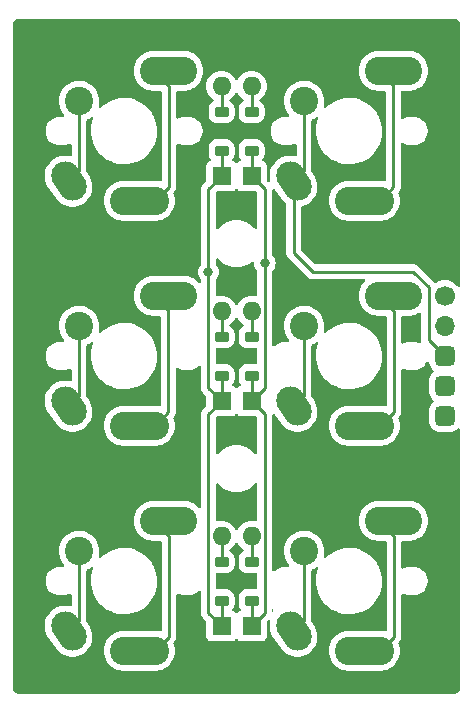
<source format=gbl>
G04 #@! TF.GenerationSoftware,KiCad,Pcbnew,7.0.5*
G04 #@! TF.CreationDate,2023-08-20T01:58:14+08:00*
G04 #@! TF.ProjectId,LB,4c422e6b-6963-4616-945f-706362585858,rev?*
G04 #@! TF.SameCoordinates,Original*
G04 #@! TF.FileFunction,Copper,L2,Bot*
G04 #@! TF.FilePolarity,Positive*
%FSLAX46Y46*%
G04 Gerber Fmt 4.6, Leading zero omitted, Abs format (unit mm)*
G04 Created by KiCad (PCBNEW 7.0.5) date 2023-08-20 01:58:14*
%MOMM*%
%LPD*%
G01*
G04 APERTURE LIST*
G04 Aperture macros list*
%AMRoundRect*
0 Rectangle with rounded corners*
0 $1 Rounding radius*
0 $2 $3 $4 $5 $6 $7 $8 $9 X,Y pos of 4 corners*
0 Add a 4 corners polygon primitive as box body*
4,1,4,$2,$3,$4,$5,$6,$7,$8,$9,$2,$3,0*
0 Add four circle primitives for the rounded corners*
1,1,$1+$1,$2,$3*
1,1,$1+$1,$4,$5*
1,1,$1+$1,$6,$7*
1,1,$1+$1,$8,$9*
0 Add four rect primitives between the rounded corners*
20,1,$1+$1,$2,$3,$4,$5,0*
20,1,$1+$1,$4,$5,$6,$7,0*
20,1,$1+$1,$6,$7,$8,$9,0*
20,1,$1+$1,$8,$9,$2,$3,0*%
%AMHorizOval*
0 Thick line with rounded ends*
0 $1 width*
0 $2 $3 position (X,Y) of the first rounded end (center of the circle)*
0 $4 $5 position (X,Y) of the second rounded end (center of the circle)*
0 Add line between two ends*
20,1,$1,$2,$3,$4,$5,0*
0 Add two circle primitives to create the rounded ends*
1,1,$1,$2,$3*
1,1,$1,$4,$5*%
%AMOutline4P*
0 Free polygon, 4 corners , with rotation*
0 The origin of the aperture is its center*
0 number of corners: always 4*
0 $1 to $8 corner X, Y*
0 $9 Rotation angle, in degrees counterclockwise*
0 create outline with 4 corners*
4,1,4,$1,$2,$3,$4,$5,$6,$7,$8,$1,$2,$9*%
G04 Aperture macros list end*
G04 #@! TA.AperFunction,ComponentPad*
%ADD10HorizOval,2.400000X-0.305164X0.457575X0.305164X-0.457575X0*%
G04 #@! TD*
G04 #@! TA.AperFunction,ComponentPad*
%ADD11C,2.400000*%
G04 #@! TD*
G04 #@! TA.AperFunction,SMDPad,CuDef*
%ADD12Outline4P,-1.150000X-1.200000X1.150000X-1.200000X1.150000X1.200000X-1.150000X1.200000X0.000000*%
G04 #@! TD*
G04 #@! TA.AperFunction,SMDPad,CuDef*
%ADD13Outline4P,-1.200000X-1.200000X1.200000X-1.200000X1.200000X1.200000X-1.200000X1.200000X0.000000*%
G04 #@! TD*
G04 #@! TA.AperFunction,ComponentPad*
%ADD14C,1.700000*%
G04 #@! TD*
G04 #@! TA.AperFunction,ComponentPad*
%ADD15O,1.700000X1.700000*%
G04 #@! TD*
G04 #@! TA.AperFunction,ComponentPad*
%ADD16RoundRect,0.425000X-0.425000X-0.425000X0.425000X-0.425000X0.425000X0.425000X-0.425000X0.425000X0*%
G04 #@! TD*
G04 #@! TA.AperFunction,ComponentPad*
%ADD17R,1.600000X1.600000*%
G04 #@! TD*
G04 #@! TA.AperFunction,SMDPad,CuDef*
%ADD18RoundRect,0.225000X0.375000X-0.225000X0.375000X0.225000X-0.375000X0.225000X-0.375000X-0.225000X0*%
G04 #@! TD*
G04 #@! TA.AperFunction,ComponentPad*
%ADD19O,1.600000X1.600000*%
G04 #@! TD*
G04 #@! TA.AperFunction,ViaPad*
%ADD20C,0.800000*%
G04 #@! TD*
G04 #@! TA.AperFunction,Conductor*
%ADD21C,0.250000*%
G04 #@! TD*
G04 APERTURE END LIST*
D10*
X137410000Y-58680000D03*
D11*
X138300000Y-51890000D03*
X142110000Y-60330000D03*
D12*
X143410000Y-60330000D03*
D11*
X144650000Y-49330000D03*
X144710000Y-60330000D03*
D13*
X145880000Y-49330000D03*
D11*
X147110000Y-49330000D03*
D10*
X118360000Y-58680000D03*
D11*
X119250000Y-51890000D03*
X123060000Y-60330000D03*
D12*
X124360000Y-60330000D03*
D11*
X125600000Y-49330000D03*
X125660000Y-60330000D03*
D13*
X126830000Y-49330000D03*
D11*
X128060000Y-49330000D03*
D10*
X118360000Y-96780000D03*
D11*
X119250000Y-89990000D03*
X123060000Y-98430000D03*
D12*
X124360000Y-98430000D03*
D11*
X125600000Y-87430000D03*
X125660000Y-98430000D03*
D13*
X126830000Y-87430000D03*
D11*
X128060000Y-87430000D03*
D10*
X137410000Y-77730000D03*
D11*
X138300000Y-70940000D03*
X142110000Y-79380000D03*
D12*
X143410000Y-79380000D03*
D11*
X144650000Y-68380000D03*
X144710000Y-79380000D03*
D13*
X145880000Y-68380000D03*
D11*
X147110000Y-68380000D03*
D10*
X137410000Y-96780000D03*
D11*
X138300000Y-89990000D03*
X142110000Y-98430000D03*
D12*
X143410000Y-98430000D03*
D11*
X144650000Y-87430000D03*
X144710000Y-98430000D03*
D13*
X145880000Y-87430000D03*
D11*
X147110000Y-87430000D03*
D10*
X118360000Y-77730000D03*
D11*
X119250000Y-70940000D03*
X123060000Y-79380000D03*
D12*
X124360000Y-79380000D03*
D11*
X125600000Y-68380000D03*
X125660000Y-79380000D03*
D13*
X126830000Y-68380000D03*
D11*
X128060000Y-68380000D03*
D14*
X150230000Y-68400000D03*
D15*
X150230000Y-70940000D03*
D16*
X150230000Y-73480000D03*
X150230000Y-76020000D03*
X150230000Y-78560000D03*
D17*
X131315000Y-77280000D03*
D18*
X131315000Y-75130000D03*
X131315000Y-71830000D03*
D19*
X131315000Y-69680000D03*
D17*
X133855000Y-96330000D03*
D18*
X133855000Y-94180000D03*
X133855000Y-90880000D03*
D19*
X133855000Y-88730000D03*
D17*
X131315000Y-96330000D03*
D18*
X131315000Y-94180000D03*
X131315000Y-90880000D03*
D19*
X131315000Y-88730000D03*
D17*
X131315000Y-58230000D03*
D18*
X131315000Y-56080000D03*
X131315000Y-52780000D03*
D19*
X131315000Y-50630000D03*
D17*
X133855000Y-77280000D03*
D18*
X133855000Y-75130000D03*
X133855000Y-71830000D03*
D19*
X133855000Y-69680000D03*
D17*
X133855000Y-58230000D03*
D18*
X133855000Y-56080000D03*
X133855000Y-52780000D03*
D19*
X133855000Y-50630000D03*
D20*
X130190000Y-66360000D03*
X134980000Y-65615500D03*
D21*
X130190000Y-59355000D02*
X131315000Y-58230000D01*
X130190000Y-76155000D02*
X131315000Y-77280000D01*
X131315000Y-75130000D02*
X131315000Y-77280000D01*
X130190000Y-66360000D02*
X130190000Y-76155000D01*
X130190000Y-66360000D02*
X130190000Y-59355000D01*
X131315000Y-94180000D02*
X131315000Y-96330000D01*
X131315000Y-56080000D02*
X131315000Y-58230000D01*
X131315000Y-77280000D02*
X130190000Y-78405000D01*
X130190000Y-95205000D02*
X131315000Y-96330000D01*
X130190000Y-78405000D02*
X130190000Y-95205000D01*
X126860000Y-59130000D02*
X126860000Y-50590000D01*
X126860000Y-50590000D02*
X125600000Y-49330000D01*
X125660000Y-60330000D02*
X126860000Y-59130000D01*
X131315000Y-50630000D02*
X131315000Y-52780000D01*
X134980000Y-59355000D02*
X133855000Y-58230000D01*
X133855000Y-58230000D02*
X133855000Y-56080000D01*
X134980000Y-76155000D02*
X133855000Y-77280000D01*
X133855000Y-77280000D02*
X133855000Y-75130000D01*
X134980000Y-65615500D02*
X134980000Y-76155000D01*
X134980000Y-78405000D02*
X134980000Y-95205000D01*
X133855000Y-77280000D02*
X134980000Y-78405000D01*
X133855000Y-96330000D02*
X133855000Y-94180000D01*
X134980000Y-65615500D02*
X134980000Y-59355000D01*
X134980000Y-95205000D02*
X133855000Y-96330000D01*
X145850000Y-50530000D02*
X145850000Y-59190000D01*
X145850000Y-59190000D02*
X144710000Y-60330000D01*
X144650000Y-49330000D02*
X145850000Y-50530000D01*
X133855000Y-50630000D02*
X133855000Y-52780000D01*
X125600000Y-68380000D02*
X126800000Y-69580000D01*
X126800000Y-69580000D02*
X126800000Y-78240000D01*
X126800000Y-78240000D02*
X125660000Y-79380000D01*
X131315000Y-69680000D02*
X131315000Y-71830000D01*
X145910000Y-69640000D02*
X144650000Y-68380000D01*
X133855000Y-71830000D02*
X133855000Y-69680000D01*
X145910000Y-78180000D02*
X145910000Y-69640000D01*
X144710000Y-79380000D02*
X145910000Y-78180000D01*
X126860000Y-88690000D02*
X125600000Y-87430000D01*
X131315000Y-88730000D02*
X131315000Y-90880000D01*
X126860000Y-97230000D02*
X126860000Y-88690000D01*
X125660000Y-98430000D02*
X126860000Y-97230000D01*
X133855000Y-88730000D02*
X133855000Y-90880000D01*
X144710000Y-98430000D02*
X145910000Y-97230000D01*
X145910000Y-88690000D02*
X144650000Y-87430000D01*
X145910000Y-97230000D02*
X145910000Y-88690000D01*
X138300000Y-51890000D02*
X138300000Y-57790000D01*
X119250000Y-51890000D02*
X119250000Y-57790000D01*
X147530000Y-66340000D02*
X148840000Y-67650000D01*
X137410000Y-58680000D02*
X137410000Y-64730000D01*
X139020000Y-66340000D02*
X147530000Y-66340000D01*
X148840000Y-72090000D02*
X150230000Y-73480000D01*
X148840000Y-67650000D02*
X148840000Y-72090000D01*
X138300000Y-57790000D02*
X137410000Y-58680000D01*
X119250000Y-57790000D02*
X118360000Y-58680000D01*
X137410000Y-64730000D02*
X139020000Y-66340000D01*
X118360000Y-77730000D02*
X119250000Y-76840000D01*
X119250000Y-76840000D02*
X119250000Y-70940000D01*
X138300000Y-70940000D02*
X138300000Y-76840000D01*
X138300000Y-76840000D02*
X137410000Y-77730000D01*
X119250000Y-95890000D02*
X118360000Y-96780000D01*
X138300000Y-89990000D02*
X138300000Y-95890000D01*
X138300000Y-95890000D02*
X137410000Y-96780000D01*
X119250000Y-89990000D02*
X119250000Y-95890000D01*
G04 #@! TA.AperFunction,NonConductor*
G36*
X132672681Y-59356558D02*
G01*
X132684264Y-59369927D01*
X132692903Y-59381466D01*
X132697454Y-59387546D01*
X132697455Y-59387547D01*
X132812664Y-59473793D01*
X132812671Y-59473797D01*
X132947517Y-59524091D01*
X132947516Y-59524091D01*
X132954444Y-59524835D01*
X133007127Y-59530500D01*
X134219545Y-59530499D01*
X134286584Y-59550184D01*
X134307222Y-59566814D01*
X134318177Y-59577768D01*
X134351665Y-59639089D01*
X134354500Y-59665453D01*
X134354500Y-62608029D01*
X134334815Y-62675068D01*
X134282011Y-62720823D01*
X134212853Y-62730767D01*
X134149297Y-62701742D01*
X134131233Y-62682340D01*
X134125168Y-62674238D01*
X134100739Y-62641605D01*
X134100734Y-62641600D01*
X134100729Y-62641594D01*
X133898405Y-62439270D01*
X133898387Y-62439254D01*
X133669317Y-62267775D01*
X133669309Y-62267770D01*
X133418166Y-62130635D01*
X133418167Y-62130635D01*
X133310915Y-62090632D01*
X133150046Y-62030631D01*
X133150043Y-62030630D01*
X133150037Y-62030628D01*
X132870433Y-61969804D01*
X132656450Y-61954500D01*
X132656448Y-61954500D01*
X132513552Y-61954500D01*
X132513549Y-61954500D01*
X132299566Y-61969804D01*
X132019962Y-62030628D01*
X131751833Y-62130635D01*
X131500690Y-62267770D01*
X131500682Y-62267775D01*
X131271612Y-62439254D01*
X131271594Y-62439270D01*
X131069270Y-62641594D01*
X131069257Y-62641609D01*
X131038765Y-62682341D01*
X130982830Y-62724212D01*
X130913138Y-62729195D01*
X130851816Y-62695708D01*
X130818332Y-62634385D01*
X130815500Y-62608038D01*
X130815500Y-59665452D01*
X130835185Y-59598413D01*
X130851819Y-59577771D01*
X130862772Y-59566818D01*
X130924095Y-59533333D01*
X130950453Y-59530499D01*
X132162871Y-59530499D01*
X132162872Y-59530499D01*
X132222483Y-59524091D01*
X132357331Y-59473796D01*
X132472546Y-59387546D01*
X132485733Y-59369929D01*
X132541666Y-59328058D01*
X132611358Y-59323074D01*
X132672681Y-59356558D01*
G37*
G04 #@! TD.AperFunction*
G04 #@! TA.AperFunction,NonConductor*
G36*
X131020703Y-65208257D02*
G01*
X131038767Y-65227660D01*
X131069254Y-65268387D01*
X131069270Y-65268405D01*
X131271594Y-65470729D01*
X131271612Y-65470745D01*
X131500682Y-65642224D01*
X131500690Y-65642229D01*
X131751833Y-65779364D01*
X131751832Y-65779364D01*
X131751836Y-65779365D01*
X131751839Y-65779367D01*
X132019954Y-65879369D01*
X132019960Y-65879370D01*
X132019962Y-65879371D01*
X132299566Y-65940195D01*
X132299568Y-65940195D01*
X132299572Y-65940196D01*
X132513552Y-65955500D01*
X132656448Y-65955500D01*
X132870428Y-65940196D01*
X132879958Y-65938123D01*
X133150037Y-65879371D01*
X133150037Y-65879370D01*
X133150046Y-65879369D01*
X133418161Y-65779367D01*
X133669315Y-65642226D01*
X133878788Y-65485416D01*
X133944249Y-65461001D01*
X134012522Y-65475853D01*
X134061927Y-65525258D01*
X134076779Y-65593531D01*
X134076416Y-65597642D01*
X134074540Y-65615496D01*
X134074540Y-65615500D01*
X134094326Y-65803756D01*
X134094327Y-65803759D01*
X134152818Y-65983777D01*
X134152821Y-65983784D01*
X134247467Y-66147716D01*
X134290772Y-66195810D01*
X134322650Y-66231215D01*
X134352880Y-66294206D01*
X134354500Y-66314187D01*
X134354500Y-68305863D01*
X134334815Y-68372902D01*
X134282011Y-68418657D01*
X134212853Y-68428601D01*
X134198407Y-68425638D01*
X134081697Y-68394366D01*
X134081693Y-68394365D01*
X134081692Y-68394365D01*
X134081691Y-68394364D01*
X134081686Y-68394364D01*
X133855002Y-68374532D01*
X133854998Y-68374532D01*
X133628313Y-68394364D01*
X133628302Y-68394366D01*
X133408511Y-68453258D01*
X133408502Y-68453261D01*
X133202267Y-68549431D01*
X133202265Y-68549432D01*
X133015858Y-68679954D01*
X132854954Y-68840858D01*
X132724432Y-69027265D01*
X132724431Y-69027267D01*
X132705310Y-69068272D01*
X132700854Y-69077830D01*
X132697382Y-69085275D01*
X132651209Y-69137714D01*
X132584016Y-69156866D01*
X132517135Y-69136650D01*
X132472618Y-69085275D01*
X132445568Y-69027266D01*
X132315047Y-68840861D01*
X132315045Y-68840858D01*
X132154141Y-68679954D01*
X131967734Y-68549432D01*
X131967732Y-68549431D01*
X131761497Y-68453261D01*
X131761488Y-68453258D01*
X131541697Y-68394366D01*
X131541693Y-68394365D01*
X131541692Y-68394365D01*
X131541691Y-68394364D01*
X131541686Y-68394364D01*
X131315002Y-68374532D01*
X131314998Y-68374532D01*
X131088313Y-68394364D01*
X131088302Y-68394366D01*
X130971593Y-68425638D01*
X130901743Y-68423975D01*
X130843881Y-68384812D01*
X130816377Y-68320583D01*
X130815500Y-68305863D01*
X130815500Y-67058687D01*
X130835185Y-66991648D01*
X130847350Y-66975715D01*
X130874612Y-66945437D01*
X130922533Y-66892216D01*
X131017179Y-66728284D01*
X131075674Y-66548256D01*
X131095460Y-66360000D01*
X131075674Y-66171744D01*
X131017179Y-65991716D01*
X130922533Y-65827784D01*
X130847348Y-65744283D01*
X130817119Y-65681293D01*
X130815500Y-65661324D01*
X130815500Y-65301970D01*
X130835185Y-65234930D01*
X130887989Y-65189175D01*
X130957147Y-65179232D01*
X131020703Y-65208257D01*
G37*
G04 #@! TD.AperFunction*
G04 #@! TA.AperFunction,NonConductor*
G36*
X148154677Y-69813603D02*
G01*
X148201851Y-69865143D01*
X148214500Y-69919704D01*
X148214500Y-72007255D01*
X148212775Y-72022872D01*
X148213061Y-72022899D01*
X148212326Y-72030666D01*
X148214469Y-72098846D01*
X148214500Y-72100793D01*
X148214500Y-72129343D01*
X148214501Y-72129360D01*
X148215368Y-72136231D01*
X148215826Y-72142050D01*
X148217290Y-72188624D01*
X148217291Y-72188627D01*
X148222880Y-72207867D01*
X148226824Y-72226911D01*
X148229336Y-72246792D01*
X148230314Y-72254534D01*
X148227805Y-72254850D01*
X148225829Y-72312319D01*
X148186056Y-72369763D01*
X148121540Y-72396586D01*
X148052851Y-72384314D01*
X147995538Y-72355775D01*
X147995523Y-72355769D01*
X147781537Y-72294885D01*
X147781535Y-72294884D01*
X147663653Y-72283961D01*
X147615503Y-72279500D01*
X147204497Y-72279500D01*
X147159601Y-72283660D01*
X147038464Y-72294884D01*
X147038462Y-72294885D01*
X146824476Y-72355769D01*
X146824461Y-72355775D01*
X146714772Y-72410395D01*
X146645987Y-72422656D01*
X146581492Y-72395783D01*
X146541764Y-72338307D01*
X146535500Y-72299395D01*
X146535500Y-70204499D01*
X146555185Y-70137460D01*
X146607989Y-70091705D01*
X146659500Y-70080499D01*
X146980361Y-70080499D01*
X146980389Y-70080500D01*
X146982565Y-70080500D01*
X147237435Y-70080500D01*
X147489458Y-70042513D01*
X147733004Y-69967389D01*
X147962634Y-69856805D01*
X148020650Y-69817249D01*
X148087127Y-69795750D01*
X148154677Y-69813603D01*
G37*
G04 #@! TD.AperFunction*
G04 #@! TA.AperFunction,NonConductor*
G36*
X132652865Y-70223348D02*
G01*
X132697382Y-70274725D01*
X132724429Y-70332728D01*
X132724432Y-70332734D01*
X132854954Y-70519141D01*
X133015858Y-70680045D01*
X133133878Y-70762683D01*
X133177503Y-70817260D01*
X133184697Y-70886758D01*
X133153174Y-70949113D01*
X133127853Y-70969796D01*
X133026956Y-71032031D01*
X132907032Y-71151955D01*
X132907029Y-71151959D01*
X132818001Y-71296294D01*
X132817996Y-71296305D01*
X132764651Y-71457290D01*
X132754500Y-71556647D01*
X132754500Y-72103337D01*
X132754501Y-72103355D01*
X132764650Y-72202707D01*
X132764651Y-72202710D01*
X132817996Y-72363694D01*
X132818001Y-72363705D01*
X132907029Y-72508040D01*
X132907032Y-72508044D01*
X133026955Y-72627967D01*
X133026959Y-72627970D01*
X133171294Y-72716998D01*
X133171297Y-72716999D01*
X133171303Y-72717003D01*
X133332292Y-72770349D01*
X133431655Y-72780500D01*
X134230500Y-72780499D01*
X134297539Y-72800183D01*
X134343294Y-72852987D01*
X134354500Y-72904499D01*
X134354500Y-74055500D01*
X134334815Y-74122539D01*
X134282011Y-74168294D01*
X134230500Y-74179500D01*
X133431662Y-74179500D01*
X133431644Y-74179501D01*
X133332292Y-74189650D01*
X133332289Y-74189651D01*
X133171305Y-74242996D01*
X133171294Y-74243001D01*
X133026959Y-74332029D01*
X133026955Y-74332032D01*
X132907032Y-74451955D01*
X132907029Y-74451959D01*
X132818001Y-74596294D01*
X132817996Y-74596305D01*
X132764651Y-74757290D01*
X132754500Y-74856647D01*
X132754500Y-75403337D01*
X132754501Y-75403355D01*
X132764650Y-75502707D01*
X132764651Y-75502710D01*
X132817996Y-75663694D01*
X132818001Y-75663705D01*
X132907029Y-75808040D01*
X132907032Y-75808044D01*
X132911141Y-75812153D01*
X132944626Y-75873476D01*
X132939642Y-75943168D01*
X132897770Y-75999101D01*
X132866794Y-76016016D01*
X132812670Y-76036203D01*
X132812664Y-76036206D01*
X132697455Y-76122452D01*
X132684263Y-76140074D01*
X132628328Y-76181943D01*
X132558636Y-76186924D01*
X132497314Y-76153437D01*
X132485736Y-76140074D01*
X132472546Y-76122454D01*
X132472544Y-76122453D01*
X132472544Y-76122452D01*
X132357335Y-76036206D01*
X132357328Y-76036202D01*
X132303206Y-76016016D01*
X132247272Y-75974145D01*
X132222855Y-75908680D01*
X132237707Y-75840407D01*
X132258860Y-75812151D01*
X132262968Y-75808044D01*
X132352003Y-75663697D01*
X132405349Y-75502708D01*
X132415500Y-75403345D01*
X132415499Y-74856656D01*
X132413229Y-74834438D01*
X132405349Y-74757292D01*
X132405348Y-74757289D01*
X132392676Y-74719048D01*
X132352003Y-74596303D01*
X132351999Y-74596297D01*
X132351998Y-74596294D01*
X132262970Y-74451959D01*
X132262967Y-74451955D01*
X132143044Y-74332032D01*
X132143040Y-74332029D01*
X131998705Y-74243001D01*
X131998699Y-74242998D01*
X131998697Y-74242997D01*
X131927712Y-74219475D01*
X131837709Y-74189651D01*
X131738352Y-74179500D01*
X130939499Y-74179500D01*
X130872460Y-74159815D01*
X130826705Y-74107011D01*
X130815500Y-74055504D01*
X130815500Y-72904495D01*
X130835184Y-72837460D01*
X130887988Y-72791705D01*
X130939494Y-72780499D01*
X131738344Y-72780499D01*
X131738352Y-72780498D01*
X131738355Y-72780498D01*
X131792760Y-72774940D01*
X131837708Y-72770349D01*
X131998697Y-72717003D01*
X132143044Y-72627968D01*
X132262968Y-72508044D01*
X132352003Y-72363697D01*
X132405349Y-72202708D01*
X132415500Y-72103345D01*
X132415499Y-71556656D01*
X132405349Y-71457292D01*
X132352003Y-71296303D01*
X132351999Y-71296297D01*
X132351998Y-71296294D01*
X132262970Y-71151959D01*
X132262967Y-71151955D01*
X132143043Y-71032031D01*
X132042145Y-70969796D01*
X131995421Y-70917848D01*
X131984200Y-70848885D01*
X132012043Y-70784803D01*
X132036114Y-70762687D01*
X132154139Y-70680047D01*
X132315047Y-70519139D01*
X132445568Y-70332734D01*
X132472618Y-70274724D01*
X132518790Y-70222285D01*
X132585983Y-70203133D01*
X132652865Y-70223348D01*
G37*
G04 #@! TD.AperFunction*
G04 #@! TA.AperFunction,NonConductor*
G36*
X132672681Y-78406558D02*
G01*
X132684264Y-78419927D01*
X132692903Y-78431466D01*
X132697454Y-78437546D01*
X132697455Y-78437547D01*
X132812664Y-78523793D01*
X132812671Y-78523797D01*
X132947517Y-78574091D01*
X132947516Y-78574091D01*
X132954444Y-78574835D01*
X133007127Y-78580500D01*
X134219545Y-78580499D01*
X134286584Y-78600184D01*
X134307222Y-78616814D01*
X134318177Y-78627768D01*
X134351665Y-78689089D01*
X134354500Y-78715453D01*
X134354500Y-81658029D01*
X134334815Y-81725068D01*
X134282011Y-81770823D01*
X134212853Y-81780767D01*
X134149297Y-81751742D01*
X134131233Y-81732340D01*
X134100746Y-81691615D01*
X134100739Y-81691605D01*
X134100734Y-81691600D01*
X134100729Y-81691594D01*
X133898405Y-81489270D01*
X133898387Y-81489254D01*
X133669317Y-81317775D01*
X133669309Y-81317770D01*
X133418166Y-81180635D01*
X133418167Y-81180635D01*
X133310915Y-81140632D01*
X133150046Y-81080631D01*
X133150043Y-81080630D01*
X133150037Y-81080628D01*
X132870433Y-81019804D01*
X132656450Y-81004500D01*
X132656448Y-81004500D01*
X132513552Y-81004500D01*
X132513549Y-81004500D01*
X132299566Y-81019804D01*
X132019962Y-81080628D01*
X131751833Y-81180635D01*
X131500690Y-81317770D01*
X131500682Y-81317775D01*
X131271612Y-81489254D01*
X131271594Y-81489270D01*
X131069270Y-81691594D01*
X131069252Y-81691615D01*
X131038765Y-81732341D01*
X130982831Y-81774212D01*
X130913140Y-81779196D01*
X130851817Y-81745710D01*
X130818333Y-81684387D01*
X130815499Y-81658030D01*
X130815499Y-80340611D01*
X130815499Y-78715448D01*
X130835183Y-78648413D01*
X130851816Y-78627772D01*
X130862774Y-78616814D01*
X130924099Y-78583332D01*
X130950452Y-78580499D01*
X132162871Y-78580499D01*
X132162872Y-78580499D01*
X132222483Y-78574091D01*
X132357331Y-78523796D01*
X132472546Y-78437546D01*
X132485733Y-78419929D01*
X132541666Y-78378058D01*
X132611358Y-78373074D01*
X132672681Y-78406558D01*
G37*
G04 #@! TD.AperFunction*
G04 #@! TA.AperFunction,NonConductor*
G36*
X131020702Y-84258256D02*
G01*
X131038766Y-84277659D01*
X131069254Y-84318387D01*
X131069270Y-84318405D01*
X131271594Y-84520729D01*
X131271612Y-84520745D01*
X131500682Y-84692224D01*
X131500690Y-84692229D01*
X131751833Y-84829364D01*
X131751832Y-84829364D01*
X131751836Y-84829365D01*
X131751839Y-84829367D01*
X132019954Y-84929369D01*
X132019960Y-84929370D01*
X132019962Y-84929371D01*
X132299566Y-84990195D01*
X132299568Y-84990195D01*
X132299572Y-84990196D01*
X132513552Y-85005500D01*
X132656448Y-85005500D01*
X132870428Y-84990196D01*
X133150046Y-84929369D01*
X133418161Y-84829367D01*
X133669315Y-84692226D01*
X133898395Y-84520739D01*
X134100739Y-84318395D01*
X134131234Y-84277659D01*
X134187166Y-84235788D01*
X134256857Y-84230804D01*
X134318181Y-84264288D01*
X134351666Y-84325611D01*
X134354500Y-84351970D01*
X134354500Y-87355863D01*
X134334815Y-87422902D01*
X134282011Y-87468657D01*
X134212853Y-87478601D01*
X134198407Y-87475638D01*
X134081697Y-87444366D01*
X134081693Y-87444365D01*
X134081692Y-87444365D01*
X134081691Y-87444364D01*
X134081686Y-87444364D01*
X133855002Y-87424532D01*
X133854998Y-87424532D01*
X133628313Y-87444364D01*
X133628302Y-87444366D01*
X133408511Y-87503258D01*
X133408502Y-87503261D01*
X133202267Y-87599431D01*
X133202265Y-87599432D01*
X133015858Y-87729954D01*
X132854954Y-87890858D01*
X132724432Y-88077265D01*
X132724431Y-88077267D01*
X132697382Y-88135275D01*
X132651209Y-88187714D01*
X132584016Y-88206866D01*
X132517135Y-88186650D01*
X132472618Y-88135275D01*
X132445568Y-88077267D01*
X132445567Y-88077265D01*
X132315045Y-87890858D01*
X132154141Y-87729954D01*
X131967734Y-87599432D01*
X131967732Y-87599431D01*
X131761497Y-87503261D01*
X131761488Y-87503258D01*
X131541697Y-87444366D01*
X131541693Y-87444365D01*
X131541692Y-87444365D01*
X131541691Y-87444364D01*
X131541686Y-87444364D01*
X131315002Y-87424532D01*
X131314998Y-87424532D01*
X131088313Y-87444364D01*
X131088302Y-87444366D01*
X130971592Y-87475638D01*
X130901742Y-87473975D01*
X130843880Y-87434812D01*
X130816376Y-87370583D01*
X130815499Y-87355878D01*
X130815499Y-84351968D01*
X130835184Y-84284930D01*
X130887988Y-84239175D01*
X130957146Y-84229231D01*
X131020702Y-84258256D01*
G37*
G04 #@! TD.AperFunction*
G04 #@! TA.AperFunction,NonConductor*
G36*
X135684614Y-95231784D02*
G01*
X135629813Y-95190275D01*
X135605768Y-95124673D01*
X135605500Y-95116528D01*
X135605500Y-94572499D01*
X135684614Y-95231784D01*
G37*
G04 #@! TD.AperFunction*
G04 #@! TA.AperFunction,NonConductor*
G36*
X132652865Y-89273348D02*
G01*
X132697382Y-89324725D01*
X132724429Y-89382728D01*
X132724432Y-89382734D01*
X132854954Y-89569141D01*
X133015858Y-89730045D01*
X133133878Y-89812683D01*
X133177503Y-89867260D01*
X133184697Y-89936758D01*
X133153174Y-89999113D01*
X133127853Y-90019796D01*
X133026956Y-90082031D01*
X132907032Y-90201955D01*
X132907029Y-90201959D01*
X132818001Y-90346294D01*
X132817996Y-90346305D01*
X132764651Y-90507290D01*
X132754500Y-90606647D01*
X132754500Y-91153337D01*
X132754501Y-91153355D01*
X132764650Y-91252707D01*
X132764651Y-91252710D01*
X132817996Y-91413694D01*
X132818001Y-91413705D01*
X132907029Y-91558040D01*
X132907032Y-91558044D01*
X133026955Y-91677967D01*
X133026959Y-91677970D01*
X133171294Y-91766998D01*
X133171297Y-91766999D01*
X133171303Y-91767003D01*
X133332292Y-91820349D01*
X133431655Y-91830500D01*
X134230500Y-91830499D01*
X134297539Y-91850183D01*
X134343294Y-91902987D01*
X134354500Y-91954499D01*
X134354500Y-93105500D01*
X134334815Y-93172539D01*
X134282011Y-93218294D01*
X134230500Y-93229500D01*
X133431662Y-93229500D01*
X133431644Y-93229501D01*
X133332292Y-93239650D01*
X133332289Y-93239651D01*
X133171305Y-93292996D01*
X133171294Y-93293001D01*
X133026959Y-93382029D01*
X133026955Y-93382032D01*
X132907032Y-93501955D01*
X132907029Y-93501959D01*
X132818001Y-93646294D01*
X132817996Y-93646305D01*
X132764651Y-93807290D01*
X132754500Y-93906647D01*
X132754500Y-94453337D01*
X132754501Y-94453355D01*
X132764650Y-94552707D01*
X132764651Y-94552710D01*
X132817996Y-94713694D01*
X132818001Y-94713705D01*
X132907029Y-94858040D01*
X132907032Y-94858044D01*
X132911141Y-94862153D01*
X132944626Y-94923476D01*
X132939642Y-94993168D01*
X132897770Y-95049101D01*
X132866794Y-95066016D01*
X132812670Y-95086203D01*
X132812664Y-95086206D01*
X132697455Y-95172452D01*
X132684263Y-95190074D01*
X132628328Y-95231943D01*
X132558636Y-95236924D01*
X132497314Y-95203437D01*
X132485736Y-95190074D01*
X132472546Y-95172454D01*
X132472544Y-95172453D01*
X132472544Y-95172452D01*
X132357335Y-95086206D01*
X132357328Y-95086202D01*
X132303206Y-95066016D01*
X132247272Y-95024145D01*
X132222855Y-94958680D01*
X132237707Y-94890407D01*
X132258860Y-94862151D01*
X132262968Y-94858044D01*
X132352003Y-94713697D01*
X132405349Y-94552708D01*
X132415500Y-94453345D01*
X132415499Y-93906656D01*
X132413229Y-93884438D01*
X132405349Y-93807292D01*
X132405348Y-93807289D01*
X132381898Y-93736522D01*
X132352003Y-93646303D01*
X132351999Y-93646297D01*
X132351998Y-93646294D01*
X132262970Y-93501959D01*
X132262967Y-93501955D01*
X132143044Y-93382032D01*
X132143040Y-93382029D01*
X131998705Y-93293001D01*
X131998699Y-93292998D01*
X131998697Y-93292997D01*
X131927712Y-93269475D01*
X131837709Y-93239651D01*
X131738352Y-93229500D01*
X130939499Y-93229500D01*
X130872460Y-93209815D01*
X130826705Y-93157011D01*
X130815499Y-93105500D01*
X130815499Y-92613134D01*
X130815499Y-91954495D01*
X130835184Y-91887460D01*
X130887988Y-91841705D01*
X130939494Y-91830499D01*
X131738344Y-91830499D01*
X131738352Y-91830498D01*
X131738355Y-91830498D01*
X131792760Y-91824940D01*
X131837708Y-91820349D01*
X131998697Y-91767003D01*
X132143044Y-91677968D01*
X132262968Y-91558044D01*
X132352003Y-91413697D01*
X132405349Y-91252708D01*
X132415500Y-91153345D01*
X132415499Y-90606656D01*
X132405349Y-90507292D01*
X132352003Y-90346303D01*
X132351999Y-90346297D01*
X132351998Y-90346294D01*
X132262970Y-90201959D01*
X132262967Y-90201955D01*
X132143043Y-90082031D01*
X132042145Y-90019796D01*
X131995421Y-89967848D01*
X131984200Y-89898885D01*
X132012043Y-89834803D01*
X132036114Y-89812687D01*
X132154139Y-89730047D01*
X132315047Y-89569139D01*
X132445568Y-89382734D01*
X132472618Y-89324724D01*
X132518790Y-89272285D01*
X132585983Y-89253133D01*
X132652865Y-89273348D01*
G37*
G04 #@! TD.AperFunction*
G04 #@! TA.AperFunction,NonConductor*
G36*
X151038456Y-44905889D02*
G01*
X151061354Y-44908469D01*
X151140831Y-44918932D01*
X151165597Y-44924829D01*
X151199735Y-44936775D01*
X151202984Y-44938015D01*
X151257195Y-44960469D01*
X151275695Y-44970027D01*
X151310520Y-44991909D01*
X151315267Y-44995212D01*
X151363200Y-45031993D01*
X151369295Y-45037337D01*
X151402660Y-45070702D01*
X151408005Y-45076798D01*
X151444786Y-45124731D01*
X151448097Y-45129490D01*
X151469967Y-45164296D01*
X151479536Y-45182818D01*
X151501983Y-45237014D01*
X151503223Y-45240263D01*
X151515169Y-45274401D01*
X151521066Y-45299169D01*
X151531528Y-45378632D01*
X151534110Y-45401537D01*
X151534500Y-45408486D01*
X151534500Y-67515215D01*
X151514815Y-67582254D01*
X151462011Y-67628009D01*
X151392853Y-67637953D01*
X151329297Y-67608928D01*
X151308925Y-67586339D01*
X151268491Y-67528594D01*
X151101402Y-67361506D01*
X151101395Y-67361501D01*
X150907834Y-67225967D01*
X150907830Y-67225965D01*
X150895302Y-67220123D01*
X150693663Y-67126097D01*
X150693659Y-67126096D01*
X150693655Y-67126094D01*
X150465413Y-67064938D01*
X150465403Y-67064936D01*
X150230001Y-67044341D01*
X150229999Y-67044341D01*
X149994596Y-67064936D01*
X149994586Y-67064938D01*
X149766344Y-67126094D01*
X149766335Y-67126098D01*
X149552174Y-67225963D01*
X149489409Y-67269911D01*
X149423203Y-67292238D01*
X149355436Y-67275226D01*
X149330603Y-67256013D01*
X149323999Y-67249409D01*
X149311368Y-67234619D01*
X149305082Y-67225967D01*
X149299594Y-67218413D01*
X149263688Y-67188709D01*
X149259376Y-67184786D01*
X148030803Y-65956212D01*
X148020980Y-65943950D01*
X148020759Y-65944134D01*
X148015786Y-65938122D01*
X147966066Y-65891432D01*
X147964666Y-65890075D01*
X147944476Y-65869884D01*
X147938986Y-65865625D01*
X147934561Y-65861847D01*
X147900582Y-65829938D01*
X147900580Y-65829936D01*
X147900577Y-65829935D01*
X147883029Y-65820288D01*
X147866763Y-65809604D01*
X147850933Y-65797325D01*
X147808168Y-65778818D01*
X147802922Y-65776248D01*
X147762093Y-65753803D01*
X147762092Y-65753802D01*
X147742693Y-65748822D01*
X147724281Y-65742518D01*
X147705898Y-65734562D01*
X147705892Y-65734560D01*
X147659874Y-65727272D01*
X147654152Y-65726087D01*
X147609021Y-65714500D01*
X147609019Y-65714500D01*
X147588984Y-65714500D01*
X147569586Y-65712973D01*
X147562162Y-65711797D01*
X147549805Y-65709840D01*
X147549804Y-65709840D01*
X147503416Y-65714225D01*
X147497578Y-65714500D01*
X139330452Y-65714500D01*
X139263413Y-65694815D01*
X139242771Y-65678181D01*
X138071819Y-64507228D01*
X138038334Y-64445905D01*
X138035500Y-64419547D01*
X138035500Y-60912304D01*
X138055185Y-60845265D01*
X138107989Y-60799510D01*
X138121758Y-60794707D01*
X138121629Y-60794318D01*
X138234421Y-60756939D01*
X138373996Y-60710687D01*
X138606410Y-60591681D01*
X138817933Y-60438591D01*
X138927757Y-60330004D01*
X140404732Y-60330004D01*
X140423777Y-60584154D01*
X140471834Y-60794707D01*
X140480492Y-60832637D01*
X140573607Y-61069888D01*
X140701041Y-61290612D01*
X140859950Y-61489877D01*
X141046783Y-61663232D01*
X141257366Y-61806805D01*
X141257371Y-61806807D01*
X141257372Y-61806808D01*
X141257373Y-61806809D01*
X141379328Y-61865538D01*
X141486992Y-61917387D01*
X141486993Y-61917387D01*
X141486996Y-61917389D01*
X141730542Y-61992513D01*
X141982565Y-62030500D01*
X142288789Y-62030500D01*
X142288798Y-62030499D01*
X144580361Y-62030499D01*
X144580389Y-62030500D01*
X144582565Y-62030500D01*
X144837435Y-62030500D01*
X145089458Y-61992513D01*
X145333004Y-61917389D01*
X145562634Y-61806805D01*
X145773217Y-61663232D01*
X145960050Y-61489877D01*
X146118959Y-61290612D01*
X146246393Y-61069888D01*
X146339508Y-60832637D01*
X146396222Y-60584157D01*
X146407130Y-60438591D01*
X146415268Y-60330004D01*
X146415268Y-60329995D01*
X146396222Y-60075845D01*
X146339509Y-59827369D01*
X146339508Y-59827363D01*
X146300656Y-59728371D01*
X146294487Y-59658774D01*
X146318102Y-59607071D01*
X146320113Y-59604477D01*
X146320120Y-59604471D01*
X146324388Y-59598968D01*
X146328155Y-59594557D01*
X146360062Y-59560582D01*
X146369713Y-59543024D01*
X146380396Y-59526761D01*
X146392673Y-59510936D01*
X146411185Y-59468153D01*
X146413738Y-59462941D01*
X146436197Y-59422092D01*
X146441180Y-59402680D01*
X146447481Y-59384280D01*
X146455437Y-59365896D01*
X146462729Y-59319852D01*
X146463906Y-59314171D01*
X146475500Y-59269019D01*
X146475500Y-59248982D01*
X146477027Y-59229582D01*
X146477315Y-59227766D01*
X146480160Y-59209804D01*
X146475775Y-59163415D01*
X146475500Y-59157577D01*
X146475500Y-55580728D01*
X146495185Y-55513689D01*
X146547989Y-55467934D01*
X146617147Y-55457990D01*
X146654772Y-55469728D01*
X146824461Y-55554224D01*
X146824465Y-55554225D01*
X146824472Y-55554229D01*
X147038464Y-55615115D01*
X147204497Y-55630500D01*
X147204501Y-55630500D01*
X147615499Y-55630500D01*
X147615503Y-55630500D01*
X147781536Y-55615115D01*
X147995528Y-55554229D01*
X148194689Y-55455058D01*
X148372236Y-55320981D01*
X148522124Y-55156562D01*
X148639247Y-54967401D01*
X148719618Y-54759940D01*
X148760500Y-54541243D01*
X148760500Y-54318757D01*
X148719618Y-54100060D01*
X148639247Y-53892599D01*
X148614197Y-53852142D01*
X148522125Y-53703439D01*
X148522123Y-53703437D01*
X148372238Y-53539020D01*
X148194691Y-53404943D01*
X148194683Y-53404938D01*
X147995538Y-53305775D01*
X147995523Y-53305769D01*
X147781537Y-53244885D01*
X147781535Y-53244884D01*
X147663653Y-53233961D01*
X147615503Y-53229500D01*
X147204497Y-53229500D01*
X147159601Y-53233660D01*
X147038464Y-53244884D01*
X147038462Y-53244885D01*
X146824476Y-53305769D01*
X146824461Y-53305775D01*
X146654772Y-53390272D01*
X146585987Y-53402533D01*
X146521492Y-53375660D01*
X146481764Y-53318185D01*
X146475500Y-53279272D01*
X146475500Y-51154499D01*
X146495185Y-51087460D01*
X146547989Y-51041705D01*
X146599500Y-51030499D01*
X146980361Y-51030499D01*
X146980389Y-51030500D01*
X146982565Y-51030500D01*
X147237435Y-51030500D01*
X147489458Y-50992513D01*
X147733004Y-50917389D01*
X147962634Y-50806805D01*
X148173217Y-50663232D01*
X148360050Y-50489877D01*
X148518959Y-50290612D01*
X148646393Y-50069888D01*
X148739508Y-49832637D01*
X148796222Y-49584157D01*
X148809778Y-49403258D01*
X148815268Y-49330004D01*
X148815268Y-49329995D01*
X148796222Y-49075845D01*
X148739509Y-48827369D01*
X148739508Y-48827363D01*
X148646393Y-48590112D01*
X148518959Y-48369388D01*
X148360050Y-48170123D01*
X148173217Y-47996768D01*
X147962634Y-47853195D01*
X147962630Y-47853193D01*
X147962627Y-47853191D01*
X147962626Y-47853190D01*
X147733006Y-47742612D01*
X147733008Y-47742612D01*
X147489466Y-47667489D01*
X147489462Y-47667488D01*
X147489458Y-47667487D01*
X147368231Y-47649214D01*
X147237440Y-47629500D01*
X147237435Y-47629500D01*
X146982565Y-47629500D01*
X146982564Y-47629500D01*
X144777441Y-47629500D01*
X144777435Y-47629500D01*
X144522565Y-47629500D01*
X144522559Y-47629500D01*
X144365609Y-47653157D01*
X144270542Y-47667487D01*
X144270538Y-47667488D01*
X144270539Y-47667488D01*
X144270533Y-47667489D01*
X144026992Y-47742612D01*
X143797373Y-47853190D01*
X143797372Y-47853191D01*
X143586782Y-47996768D01*
X143399952Y-48170121D01*
X143399950Y-48170123D01*
X143241041Y-48369388D01*
X143113608Y-48590109D01*
X143020492Y-48827362D01*
X143020490Y-48827369D01*
X142963777Y-49075845D01*
X142944732Y-49329995D01*
X142944732Y-49330004D01*
X142963777Y-49584154D01*
X142974230Y-49629953D01*
X143020492Y-49832637D01*
X143113607Y-50069888D01*
X143241041Y-50290612D01*
X143399950Y-50489877D01*
X143586783Y-50663232D01*
X143797366Y-50806805D01*
X143797371Y-50806807D01*
X143797372Y-50806808D01*
X143797373Y-50806809D01*
X143900945Y-50856686D01*
X144026992Y-50917387D01*
X144026993Y-50917387D01*
X144026996Y-50917389D01*
X144270542Y-50992513D01*
X144522565Y-51030500D01*
X144828789Y-51030500D01*
X144828798Y-51030499D01*
X145100500Y-51030499D01*
X145167539Y-51050184D01*
X145213294Y-51102988D01*
X145224500Y-51154499D01*
X145224500Y-58543751D01*
X145204815Y-58610790D01*
X145152011Y-58656545D01*
X145082853Y-58666489D01*
X145082140Y-58666384D01*
X144994680Y-58653201D01*
X144837440Y-58629500D01*
X144837435Y-58629500D01*
X144582565Y-58629500D01*
X144582564Y-58629500D01*
X142237441Y-58629500D01*
X142237435Y-58629500D01*
X141982565Y-58629500D01*
X141982559Y-58629500D01*
X141825609Y-58653157D01*
X141730542Y-58667487D01*
X141730538Y-58667488D01*
X141730539Y-58667488D01*
X141730533Y-58667489D01*
X141486992Y-58742612D01*
X141257373Y-58853190D01*
X141257372Y-58853191D01*
X141257366Y-58853194D01*
X141257366Y-58853195D01*
X141233870Y-58869214D01*
X141046782Y-58996768D01*
X140859952Y-59170121D01*
X140859950Y-59170123D01*
X140701041Y-59369388D01*
X140573608Y-59590109D01*
X140480492Y-59827362D01*
X140480490Y-59827369D01*
X140423777Y-60075845D01*
X140404732Y-60329995D01*
X140404732Y-60330004D01*
X138927757Y-60330004D01*
X139003608Y-60255007D01*
X139159084Y-60045232D01*
X139280715Y-59814181D01*
X139365651Y-59567271D01*
X139411900Y-59310290D01*
X139418379Y-59049260D01*
X139384938Y-58790301D01*
X139312357Y-58539481D01*
X139202340Y-58302679D01*
X139033632Y-58049711D01*
X138946338Y-57918819D01*
X138925518Y-57852123D01*
X138925500Y-57850018D01*
X138925500Y-57848983D01*
X138927027Y-57829582D01*
X138930160Y-57809804D01*
X138925775Y-57763415D01*
X138925500Y-57757577D01*
X138925500Y-53554100D01*
X138945185Y-53487061D01*
X138995695Y-53442381D01*
X139152634Y-53366805D01*
X139315351Y-53255866D01*
X139381828Y-53234366D01*
X139449378Y-53252220D01*
X139496553Y-53303760D01*
X139508373Y-53372622D01*
X139502669Y-53398033D01*
X139403785Y-53690521D01*
X139335319Y-54015789D01*
X139335319Y-54015794D01*
X139305805Y-54346853D01*
X139315655Y-54679112D01*
X139364731Y-55007857D01*
X139364732Y-55007862D01*
X139452345Y-55328494D01*
X139452346Y-55328498D01*
X139577264Y-55636511D01*
X139577269Y-55636522D01*
X139737740Y-55927599D01*
X139737740Y-55927600D01*
X139931520Y-56197667D01*
X139931529Y-56197677D01*
X140073944Y-56353352D01*
X140155877Y-56442914D01*
X140407666Y-56659906D01*
X140407671Y-56659909D01*
X140407677Y-56659914D01*
X140568625Y-56768320D01*
X140683353Y-56845595D01*
X140979067Y-56997374D01*
X141290656Y-57113113D01*
X141613747Y-57191187D01*
X141943805Y-57230500D01*
X141943812Y-57230500D01*
X142193025Y-57230500D01*
X142255218Y-57226809D01*
X142441807Y-57215736D01*
X142768956Y-57156939D01*
X143086854Y-57059862D01*
X143391040Y-56925868D01*
X143677243Y-56756837D01*
X143941445Y-56555142D01*
X144179937Y-56323616D01*
X144389373Y-56065506D01*
X144566810Y-55784438D01*
X144709760Y-55484357D01*
X144816215Y-55169475D01*
X144884680Y-54844212D01*
X144914195Y-54513134D01*
X144904345Y-54180890D01*
X144855269Y-53852142D01*
X144767655Y-53531506D01*
X144642733Y-53223483D01*
X144603715Y-53152709D01*
X144591371Y-53130317D01*
X144482258Y-52932397D01*
X144288481Y-52662335D01*
X144288479Y-52662332D01*
X144288470Y-52662322D01*
X144083666Y-52438449D01*
X144064123Y-52417086D01*
X144052852Y-52407373D01*
X143865953Y-52246303D01*
X143812334Y-52200094D01*
X143812330Y-52200091D01*
X143812322Y-52200085D01*
X143536653Y-52014409D01*
X143536652Y-52014408D01*
X143536649Y-52014406D01*
X143536647Y-52014405D01*
X143240933Y-51862626D01*
X143240928Y-51862624D01*
X143240926Y-51862623D01*
X142929348Y-51746888D01*
X142606254Y-51668813D01*
X142606249Y-51668812D01*
X142466687Y-51652189D01*
X142276195Y-51629500D01*
X142026977Y-51629500D01*
X142026975Y-51629500D01*
X141778198Y-51644263D01*
X141778191Y-51644264D01*
X141451043Y-51703061D01*
X141133142Y-51800139D01*
X140828960Y-51934131D01*
X140828955Y-51934134D01*
X140542765Y-52103157D01*
X140542748Y-52103169D01*
X140278553Y-52304859D01*
X140278544Y-52304867D01*
X140156329Y-52423513D01*
X140094517Y-52456086D01*
X140024907Y-52450069D01*
X139969600Y-52407373D01*
X139946155Y-52341554D01*
X139949066Y-52306949D01*
X139973454Y-52200096D01*
X139986222Y-52144157D01*
X140004585Y-51899113D01*
X140005268Y-51890004D01*
X140005268Y-51889995D01*
X139986222Y-51635845D01*
X139984898Y-51630045D01*
X139929508Y-51387363D01*
X139836393Y-51150112D01*
X139708959Y-50929388D01*
X139550050Y-50730123D01*
X139363217Y-50556768D01*
X139152634Y-50413195D01*
X139152630Y-50413193D01*
X139152627Y-50413191D01*
X139152626Y-50413190D01*
X138923006Y-50302612D01*
X138923008Y-50302612D01*
X138679466Y-50227489D01*
X138679462Y-50227488D01*
X138679458Y-50227487D01*
X138558231Y-50209214D01*
X138427440Y-50189500D01*
X138427435Y-50189500D01*
X138172565Y-50189500D01*
X138172559Y-50189500D01*
X138015609Y-50213157D01*
X137920542Y-50227487D01*
X137920538Y-50227488D01*
X137920539Y-50227488D01*
X137920533Y-50227489D01*
X137676992Y-50302612D01*
X137447373Y-50413190D01*
X137447372Y-50413191D01*
X137236782Y-50556768D01*
X137049952Y-50730121D01*
X137049950Y-50730123D01*
X136891041Y-50929388D01*
X136763608Y-51150109D01*
X136670492Y-51387362D01*
X136670490Y-51387369D01*
X136613777Y-51635845D01*
X136594732Y-51889995D01*
X136594732Y-51890004D01*
X136613777Y-52144154D01*
X136658832Y-52341554D01*
X136670492Y-52392637D01*
X136763607Y-52629888D01*
X136891041Y-52850612D01*
X136956265Y-52932400D01*
X137032653Y-53028187D01*
X137059061Y-53092874D01*
X137046306Y-53161569D01*
X136998435Y-53212463D01*
X136935706Y-53229500D01*
X136604497Y-53229500D01*
X136559601Y-53233660D01*
X136438464Y-53244884D01*
X136438462Y-53244885D01*
X136224476Y-53305769D01*
X136224461Y-53305775D01*
X136025316Y-53404938D01*
X136025308Y-53404943D01*
X135847761Y-53539020D01*
X135697876Y-53703437D01*
X135697874Y-53703439D01*
X135580754Y-53892595D01*
X135580753Y-53892599D01*
X135500382Y-54100060D01*
X135459500Y-54318757D01*
X135459500Y-54541243D01*
X135500382Y-54759940D01*
X135580752Y-54967398D01*
X135580754Y-54967404D01*
X135697874Y-55156560D01*
X135697876Y-55156562D01*
X135847761Y-55320979D01*
X136025308Y-55455056D01*
X136025316Y-55455061D01*
X136224461Y-55554224D01*
X136224465Y-55554225D01*
X136224472Y-55554229D01*
X136438464Y-55615115D01*
X136604497Y-55630500D01*
X136604501Y-55630500D01*
X137015499Y-55630500D01*
X137015503Y-55630500D01*
X137181536Y-55615115D01*
X137395528Y-55554229D01*
X137495227Y-55504584D01*
X137564013Y-55492323D01*
X137628508Y-55519196D01*
X137668236Y-55576671D01*
X137674500Y-55615584D01*
X137674500Y-56451155D01*
X137654815Y-56518194D01*
X137602011Y-56563949D01*
X137532853Y-56573893D01*
X137514687Y-56569871D01*
X137470995Y-56556690D01*
X137263043Y-56527438D01*
X137212434Y-56520319D01*
X137212433Y-56520319D01*
X136951347Y-56523841D01*
X136693858Y-56567178D01*
X136693847Y-56567180D01*
X136446009Y-56649311D01*
X136446002Y-56649314D01*
X136213591Y-56768319D01*
X136002075Y-56921403D01*
X136002067Y-56921409D01*
X135816392Y-57104992D01*
X135660916Y-57314766D01*
X135539287Y-57545814D01*
X135539282Y-57545826D01*
X135454349Y-57792728D01*
X135408100Y-58049709D01*
X135403461Y-58236607D01*
X135388595Y-58282948D01*
X135398476Y-58298324D01*
X135402478Y-58317378D01*
X135435062Y-58569700D01*
X135445987Y-58607454D01*
X135445713Y-58677323D01*
X135407708Y-58735952D01*
X135344039Y-58764727D01*
X135274920Y-58754512D01*
X135239193Y-58729602D01*
X135191818Y-58682227D01*
X135158333Y-58620904D01*
X135155499Y-58594546D01*
X135155499Y-58333259D01*
X135170281Y-58282915D01*
X135159692Y-58265502D01*
X135155499Y-58233530D01*
X135155499Y-57382129D01*
X135155498Y-57382123D01*
X135155497Y-57382116D01*
X135149091Y-57322517D01*
X135109264Y-57215736D01*
X135098797Y-57187671D01*
X135098793Y-57187664D01*
X135012547Y-57072455D01*
X135012544Y-57072452D01*
X134897335Y-56986206D01*
X134897328Y-56986202D01*
X134843206Y-56966016D01*
X134787272Y-56924145D01*
X134762855Y-56858680D01*
X134777707Y-56790407D01*
X134798860Y-56762151D01*
X134802968Y-56758044D01*
X134892003Y-56613697D01*
X134945349Y-56452708D01*
X134955500Y-56353345D01*
X134955499Y-55806656D01*
X134953229Y-55784438D01*
X134945349Y-55707292D01*
X134945348Y-55707289D01*
X134921898Y-55636522D01*
X134892003Y-55546303D01*
X134891999Y-55546297D01*
X134891998Y-55546294D01*
X134802970Y-55401959D01*
X134802967Y-55401955D01*
X134683044Y-55282032D01*
X134683040Y-55282029D01*
X134538705Y-55193001D01*
X134538699Y-55192998D01*
X134538697Y-55192997D01*
X134467712Y-55169475D01*
X134377709Y-55139651D01*
X134278346Y-55129500D01*
X133431662Y-55129500D01*
X133431644Y-55129501D01*
X133332292Y-55139650D01*
X133332289Y-55139651D01*
X133171305Y-55192996D01*
X133171294Y-55193001D01*
X133026959Y-55282029D01*
X133026955Y-55282032D01*
X132907032Y-55401955D01*
X132907029Y-55401959D01*
X132818001Y-55546294D01*
X132817996Y-55546305D01*
X132764651Y-55707290D01*
X132754500Y-55806647D01*
X132754500Y-56353337D01*
X132754501Y-56353355D01*
X132764650Y-56452707D01*
X132764651Y-56452710D01*
X132817996Y-56613694D01*
X132818001Y-56613705D01*
X132907029Y-56758040D01*
X132907032Y-56758044D01*
X132911141Y-56762153D01*
X132944626Y-56823476D01*
X132939642Y-56893168D01*
X132897770Y-56949101D01*
X132866794Y-56966016D01*
X132812670Y-56986203D01*
X132812664Y-56986206D01*
X132697455Y-57072452D01*
X132684266Y-57090071D01*
X132628332Y-57131941D01*
X132558640Y-57136925D01*
X132497317Y-57103439D01*
X132485734Y-57090071D01*
X132472546Y-57072454D01*
X132472544Y-57072453D01*
X132472544Y-57072452D01*
X132357335Y-56986206D01*
X132357328Y-56986202D01*
X132303206Y-56966016D01*
X132247272Y-56924145D01*
X132222855Y-56858680D01*
X132237707Y-56790407D01*
X132258860Y-56762151D01*
X132262968Y-56758044D01*
X132352003Y-56613697D01*
X132405349Y-56452708D01*
X132415500Y-56353345D01*
X132415499Y-55806656D01*
X132413229Y-55784438D01*
X132405349Y-55707292D01*
X132405348Y-55707289D01*
X132381898Y-55636522D01*
X132352003Y-55546303D01*
X132351999Y-55546297D01*
X132351998Y-55546294D01*
X132262970Y-55401959D01*
X132262967Y-55401955D01*
X132143044Y-55282032D01*
X132143040Y-55282029D01*
X131998705Y-55193001D01*
X131998699Y-55192998D01*
X131998697Y-55192997D01*
X131927712Y-55169475D01*
X131837709Y-55139651D01*
X131738346Y-55129500D01*
X130891662Y-55129500D01*
X130891644Y-55129501D01*
X130792292Y-55139650D01*
X130792289Y-55139651D01*
X130631305Y-55192996D01*
X130631294Y-55193001D01*
X130486959Y-55282029D01*
X130486955Y-55282032D01*
X130367032Y-55401955D01*
X130367029Y-55401959D01*
X130278001Y-55546294D01*
X130277996Y-55546305D01*
X130224651Y-55707290D01*
X130214500Y-55806647D01*
X130214500Y-56353337D01*
X130214501Y-56353355D01*
X130224650Y-56452707D01*
X130224651Y-56452710D01*
X130277996Y-56613694D01*
X130278001Y-56613705D01*
X130367029Y-56758040D01*
X130367032Y-56758044D01*
X130371141Y-56762153D01*
X130404626Y-56823476D01*
X130399642Y-56893168D01*
X130357770Y-56949101D01*
X130326794Y-56966016D01*
X130272670Y-56986203D01*
X130272664Y-56986206D01*
X130157455Y-57072452D01*
X130157452Y-57072455D01*
X130071206Y-57187664D01*
X130071202Y-57187671D01*
X130020908Y-57322517D01*
X130014501Y-57382116D01*
X130014501Y-57382123D01*
X130014500Y-57382135D01*
X130014500Y-58594545D01*
X129994815Y-58661584D01*
X129978181Y-58682226D01*
X129806208Y-58854199D01*
X129793951Y-58864020D01*
X129794134Y-58864241D01*
X129788122Y-58869214D01*
X129741432Y-58918932D01*
X129740079Y-58920329D01*
X129719889Y-58940519D01*
X129719877Y-58940532D01*
X129715621Y-58946017D01*
X129711837Y-58950447D01*
X129679937Y-58984418D01*
X129679936Y-58984420D01*
X129670284Y-59001976D01*
X129659610Y-59018226D01*
X129647329Y-59034061D01*
X129647324Y-59034068D01*
X129628815Y-59076838D01*
X129626245Y-59082084D01*
X129603803Y-59122906D01*
X129598822Y-59142307D01*
X129592521Y-59160710D01*
X129584562Y-59179102D01*
X129584561Y-59179106D01*
X129577271Y-59225127D01*
X129576087Y-59230846D01*
X129564499Y-59275983D01*
X129564499Y-59296019D01*
X129562973Y-59315407D01*
X129559840Y-59335192D01*
X129559840Y-59335195D01*
X129564225Y-59381583D01*
X129564500Y-59387421D01*
X129564500Y-65661312D01*
X129544815Y-65728351D01*
X129532650Y-65744284D01*
X129457466Y-65827784D01*
X129362821Y-65991715D01*
X129362818Y-65991722D01*
X129312133Y-66147716D01*
X129304326Y-66171744D01*
X129284540Y-66360000D01*
X129304326Y-66548256D01*
X129304327Y-66548259D01*
X129362818Y-66728277D01*
X129362821Y-66728284D01*
X129457467Y-66892216D01*
X129523451Y-66965499D01*
X129532649Y-66975714D01*
X129562879Y-67038705D01*
X129564499Y-67058686D01*
X129564499Y-67184821D01*
X129544814Y-67251860D01*
X129492010Y-67297615D01*
X129422852Y-67307559D01*
X129359296Y-67278534D01*
X129343556Y-67262138D01*
X129310050Y-67220123D01*
X129123217Y-67046768D01*
X128912634Y-66903195D01*
X128912630Y-66903193D01*
X128912627Y-66903191D01*
X128912626Y-66903190D01*
X128683006Y-66792612D01*
X128683008Y-66792612D01*
X128439466Y-66717489D01*
X128439462Y-66717488D01*
X128439458Y-66717487D01*
X128318231Y-66699214D01*
X128187440Y-66679500D01*
X128187435Y-66679500D01*
X127932565Y-66679500D01*
X127932564Y-66679500D01*
X125727441Y-66679500D01*
X125727435Y-66679500D01*
X125472565Y-66679500D01*
X125472559Y-66679500D01*
X125315609Y-66703157D01*
X125220542Y-66717487D01*
X125220538Y-66717488D01*
X125220539Y-66717488D01*
X125220533Y-66717489D01*
X124976992Y-66792612D01*
X124747373Y-66903190D01*
X124747372Y-66903191D01*
X124536782Y-67046768D01*
X124349952Y-67220121D01*
X124349950Y-67220123D01*
X124191041Y-67419388D01*
X124063608Y-67640109D01*
X123970492Y-67877362D01*
X123970490Y-67877369D01*
X123913777Y-68125845D01*
X123894732Y-68379995D01*
X123894732Y-68380004D01*
X123913777Y-68634154D01*
X123924230Y-68679953D01*
X123970492Y-68882637D01*
X124063607Y-69119888D01*
X124191041Y-69340612D01*
X124349950Y-69539877D01*
X124536783Y-69713232D01*
X124747366Y-69856805D01*
X124747371Y-69856807D01*
X124747372Y-69856808D01*
X124747373Y-69856809D01*
X124869328Y-69915538D01*
X124976992Y-69967387D01*
X124976993Y-69967387D01*
X124976996Y-69967389D01*
X125220542Y-70042513D01*
X125472565Y-70080500D01*
X125778789Y-70080500D01*
X125778798Y-70080499D01*
X126050500Y-70080499D01*
X126117539Y-70100184D01*
X126163294Y-70152988D01*
X126174500Y-70204499D01*
X126174500Y-77593751D01*
X126154815Y-77660790D01*
X126102011Y-77706545D01*
X126032853Y-77716489D01*
X126032140Y-77716384D01*
X125944680Y-77703201D01*
X125787440Y-77679500D01*
X125787435Y-77679500D01*
X125532565Y-77679500D01*
X125532564Y-77679500D01*
X123187441Y-77679500D01*
X123187435Y-77679500D01*
X122932565Y-77679500D01*
X122932559Y-77679500D01*
X122775609Y-77703157D01*
X122680542Y-77717487D01*
X122680538Y-77717488D01*
X122680539Y-77717488D01*
X122680533Y-77717489D01*
X122436992Y-77792612D01*
X122207373Y-77903190D01*
X122207372Y-77903191D01*
X122207366Y-77903194D01*
X122207366Y-77903195D01*
X122183870Y-77919214D01*
X121996782Y-78046768D01*
X121809952Y-78220121D01*
X121809950Y-78220123D01*
X121651041Y-78419388D01*
X121523608Y-78640109D01*
X121430492Y-78877362D01*
X121430490Y-78877369D01*
X121373777Y-79125845D01*
X121354732Y-79379995D01*
X121354732Y-79380004D01*
X121373777Y-79634154D01*
X121421403Y-79842819D01*
X121430492Y-79882637D01*
X121523607Y-80119888D01*
X121651041Y-80340612D01*
X121809950Y-80539877D01*
X121996783Y-80713232D01*
X122207366Y-80856805D01*
X122207371Y-80856807D01*
X122207372Y-80856808D01*
X122207373Y-80856809D01*
X122329328Y-80915538D01*
X122436992Y-80967387D01*
X122436993Y-80967387D01*
X122436996Y-80967389D01*
X122680542Y-81042513D01*
X122932565Y-81080500D01*
X123238789Y-81080500D01*
X123238798Y-81080499D01*
X125530361Y-81080499D01*
X125530389Y-81080500D01*
X125532565Y-81080500D01*
X125787435Y-81080500D01*
X126039458Y-81042513D01*
X126283004Y-80967389D01*
X126512634Y-80856805D01*
X126723217Y-80713232D01*
X126910050Y-80539877D01*
X127068959Y-80340612D01*
X127196393Y-80119888D01*
X127289508Y-79882637D01*
X127346222Y-79634157D01*
X127357130Y-79488591D01*
X127365268Y-79380004D01*
X127365268Y-79379995D01*
X127346577Y-79130578D01*
X127346222Y-79125843D01*
X127289508Y-78877363D01*
X127250656Y-78778371D01*
X127244487Y-78708774D01*
X127268102Y-78657071D01*
X127270113Y-78654477D01*
X127270120Y-78654471D01*
X127274388Y-78648968D01*
X127278155Y-78644557D01*
X127310062Y-78610582D01*
X127319713Y-78593024D01*
X127330396Y-78576761D01*
X127342673Y-78560936D01*
X127361185Y-78518153D01*
X127363738Y-78512941D01*
X127386197Y-78472092D01*
X127391180Y-78452680D01*
X127397481Y-78434280D01*
X127405437Y-78415896D01*
X127412729Y-78369852D01*
X127413906Y-78364171D01*
X127425500Y-78319019D01*
X127425500Y-78298982D01*
X127427027Y-78279582D01*
X127427315Y-78277766D01*
X127430160Y-78259804D01*
X127425775Y-78213415D01*
X127425500Y-78207577D01*
X127425500Y-76422634D01*
X127425499Y-74630724D01*
X127445184Y-74563689D01*
X127497988Y-74517934D01*
X127567146Y-74507990D01*
X127604771Y-74519728D01*
X127774461Y-74604224D01*
X127774465Y-74604225D01*
X127774472Y-74604229D01*
X127988464Y-74665115D01*
X128154497Y-74680500D01*
X128154501Y-74680500D01*
X128565499Y-74680500D01*
X128565503Y-74680500D01*
X128731536Y-74665115D01*
X128945528Y-74604229D01*
X129144689Y-74505058D01*
X129322236Y-74370981D01*
X129348861Y-74341774D01*
X129408573Y-74305493D01*
X129478420Y-74307253D01*
X129536228Y-74346496D01*
X129563642Y-74410763D01*
X129564499Y-74425312D01*
X129564499Y-76072261D01*
X129562776Y-76087878D01*
X129563060Y-76087905D01*
X129562326Y-76095665D01*
X129564469Y-76163845D01*
X129564500Y-76165793D01*
X129564500Y-76194343D01*
X129564501Y-76194360D01*
X129565368Y-76201231D01*
X129565826Y-76207050D01*
X129567290Y-76253624D01*
X129567291Y-76253627D01*
X129572880Y-76272867D01*
X129576824Y-76291911D01*
X129578848Y-76307925D01*
X129579336Y-76311791D01*
X129596490Y-76355119D01*
X129598382Y-76360647D01*
X129611381Y-76405388D01*
X129621580Y-76422634D01*
X129630138Y-76440103D01*
X129637514Y-76458732D01*
X129664898Y-76496423D01*
X129668106Y-76501307D01*
X129691827Y-76541416D01*
X129691833Y-76541424D01*
X129705990Y-76555580D01*
X129718628Y-76570376D01*
X129730405Y-76586586D01*
X129730406Y-76586587D01*
X129766309Y-76616288D01*
X129770620Y-76620210D01*
X129885196Y-76734786D01*
X129978181Y-76827771D01*
X130011666Y-76889094D01*
X130014500Y-76915452D01*
X130014500Y-77644546D01*
X129994815Y-77711585D01*
X129978181Y-77732227D01*
X129806208Y-77904199D01*
X129793951Y-77914020D01*
X129794134Y-77914241D01*
X129788122Y-77919214D01*
X129741432Y-77968932D01*
X129740079Y-77970329D01*
X129719889Y-77990519D01*
X129719877Y-77990532D01*
X129715621Y-77996017D01*
X129711837Y-78000447D01*
X129679937Y-78034418D01*
X129679936Y-78034420D01*
X129670284Y-78051976D01*
X129659610Y-78068226D01*
X129647329Y-78084061D01*
X129647324Y-78084068D01*
X129628815Y-78126838D01*
X129626245Y-78132084D01*
X129603803Y-78172906D01*
X129598822Y-78192307D01*
X129592521Y-78210710D01*
X129584562Y-78229102D01*
X129584561Y-78229106D01*
X129577271Y-78275127D01*
X129576087Y-78280846D01*
X129564499Y-78325983D01*
X129564499Y-78346019D01*
X129562973Y-78365407D01*
X129559840Y-78385192D01*
X129559840Y-78385195D01*
X129564225Y-78431583D01*
X129564500Y-78437421D01*
X129564500Y-86234821D01*
X129544815Y-86301860D01*
X129492011Y-86347615D01*
X129422853Y-86357559D01*
X129359297Y-86328534D01*
X129343554Y-86312135D01*
X129329127Y-86294045D01*
X129310050Y-86270123D01*
X129123217Y-86096768D01*
X128912634Y-85953195D01*
X128912630Y-85953193D01*
X128912627Y-85953191D01*
X128912626Y-85953190D01*
X128683006Y-85842612D01*
X128683008Y-85842612D01*
X128439466Y-85767489D01*
X128439462Y-85767488D01*
X128439458Y-85767487D01*
X128318231Y-85749214D01*
X128187440Y-85729500D01*
X128187435Y-85729500D01*
X127932565Y-85729500D01*
X127932564Y-85729500D01*
X125727441Y-85729500D01*
X125727435Y-85729500D01*
X125472565Y-85729500D01*
X125472559Y-85729500D01*
X125315609Y-85753157D01*
X125220542Y-85767487D01*
X125220538Y-85767488D01*
X125220539Y-85767488D01*
X125220533Y-85767489D01*
X124976992Y-85842612D01*
X124747373Y-85953190D01*
X124747372Y-85953191D01*
X124536782Y-86096768D01*
X124349952Y-86270121D01*
X124349950Y-86270123D01*
X124191041Y-86469388D01*
X124063608Y-86690109D01*
X123970492Y-86927362D01*
X123970490Y-86927369D01*
X123913777Y-87175845D01*
X123894732Y-87429995D01*
X123894732Y-87430004D01*
X123913777Y-87684154D01*
X123924230Y-87729953D01*
X123970492Y-87932637D01*
X124063607Y-88169888D01*
X124191041Y-88390612D01*
X124349950Y-88589877D01*
X124536783Y-88763232D01*
X124747366Y-88906805D01*
X124747371Y-88906807D01*
X124747372Y-88906808D01*
X124747373Y-88906809D01*
X124869328Y-88965538D01*
X124976992Y-89017387D01*
X124976993Y-89017387D01*
X124976996Y-89017389D01*
X125220542Y-89092513D01*
X125472565Y-89130500D01*
X125778789Y-89130500D01*
X125778798Y-89130499D01*
X126110500Y-89130499D01*
X126177539Y-89150184D01*
X126223294Y-89202988D01*
X126234500Y-89254499D01*
X126234499Y-96659635D01*
X126214814Y-96726674D01*
X126162010Y-96772429D01*
X126092852Y-96782373D01*
X126073949Y-96778126D01*
X126039465Y-96767489D01*
X126039463Y-96767488D01*
X126039458Y-96767487D01*
X125918231Y-96749214D01*
X125787440Y-96729500D01*
X125787435Y-96729500D01*
X125532565Y-96729500D01*
X125532564Y-96729500D01*
X123187441Y-96729500D01*
X123187435Y-96729500D01*
X122932565Y-96729500D01*
X122932559Y-96729500D01*
X122775609Y-96753157D01*
X122680542Y-96767487D01*
X122680538Y-96767488D01*
X122680539Y-96767488D01*
X122680533Y-96767489D01*
X122436992Y-96842612D01*
X122207373Y-96953190D01*
X122207372Y-96953191D01*
X121996782Y-97096768D01*
X121809952Y-97270121D01*
X121809950Y-97270123D01*
X121651041Y-97469388D01*
X121523608Y-97690109D01*
X121430492Y-97927362D01*
X121430490Y-97927369D01*
X121373777Y-98175845D01*
X121354732Y-98429995D01*
X121354732Y-98430004D01*
X121373777Y-98684154D01*
X121421403Y-98892819D01*
X121430492Y-98932637D01*
X121523607Y-99169888D01*
X121651041Y-99390612D01*
X121809950Y-99589877D01*
X121996783Y-99763232D01*
X122207366Y-99906805D01*
X122207371Y-99906807D01*
X122207372Y-99906808D01*
X122207373Y-99906809D01*
X122329328Y-99965538D01*
X122436992Y-100017387D01*
X122436993Y-100017387D01*
X122436996Y-100017389D01*
X122680542Y-100092513D01*
X122932565Y-100130500D01*
X123238789Y-100130500D01*
X123238798Y-100130499D01*
X125530361Y-100130499D01*
X125530389Y-100130500D01*
X125532565Y-100130500D01*
X125787435Y-100130500D01*
X126039458Y-100092513D01*
X126283004Y-100017389D01*
X126512634Y-99906805D01*
X126723217Y-99763232D01*
X126910050Y-99589877D01*
X127068959Y-99390612D01*
X127196393Y-99169888D01*
X127289508Y-98932637D01*
X127346222Y-98684157D01*
X127357130Y-98538591D01*
X127365268Y-98430004D01*
X127365268Y-98429995D01*
X127346222Y-98175845D01*
X127289509Y-97927369D01*
X127289508Y-97927363D01*
X127251454Y-97830406D01*
X127245286Y-97760811D01*
X127276488Y-97700226D01*
X127308605Y-97666024D01*
X127309877Y-97664712D01*
X127330120Y-97644471D01*
X127334379Y-97638978D01*
X127338152Y-97634561D01*
X127370062Y-97600582D01*
X127379713Y-97583024D01*
X127390396Y-97566761D01*
X127402673Y-97550936D01*
X127421185Y-97508153D01*
X127423738Y-97502941D01*
X127446197Y-97462092D01*
X127451180Y-97442680D01*
X127457481Y-97424280D01*
X127465437Y-97405896D01*
X127472729Y-97359852D01*
X127473906Y-97354171D01*
X127485500Y-97309019D01*
X127485500Y-97288982D01*
X127487027Y-97269582D01*
X127490160Y-97249804D01*
X127485775Y-97203415D01*
X127485500Y-97197577D01*
X127485500Y-93710605D01*
X127505185Y-93643566D01*
X127557989Y-93597811D01*
X127627147Y-93587867D01*
X127664772Y-93599605D01*
X127774461Y-93654224D01*
X127774465Y-93654225D01*
X127774472Y-93654229D01*
X127988464Y-93715115D01*
X128154497Y-93730500D01*
X128154501Y-93730500D01*
X128565499Y-93730500D01*
X128565503Y-93730500D01*
X128731536Y-93715115D01*
X128945528Y-93654229D01*
X129144689Y-93555058D01*
X129322236Y-93420981D01*
X129348862Y-93391773D01*
X129408574Y-93355491D01*
X129478421Y-93357252D01*
X129536229Y-93396495D01*
X129563644Y-93460762D01*
X129564500Y-93475311D01*
X129564500Y-95122255D01*
X129562775Y-95137872D01*
X129563061Y-95137899D01*
X129562326Y-95145666D01*
X129564469Y-95213846D01*
X129564500Y-95215793D01*
X129564500Y-95244343D01*
X129564501Y-95244360D01*
X129565368Y-95251231D01*
X129565826Y-95257050D01*
X129567290Y-95303624D01*
X129567291Y-95303627D01*
X129572880Y-95322867D01*
X129576824Y-95341911D01*
X129578848Y-95357925D01*
X129579336Y-95361791D01*
X129596490Y-95405119D01*
X129598382Y-95410647D01*
X129611381Y-95455388D01*
X129621580Y-95472634D01*
X129630138Y-95490103D01*
X129637514Y-95508732D01*
X129664898Y-95546423D01*
X129668106Y-95551307D01*
X129691827Y-95591416D01*
X129691833Y-95591424D01*
X129705990Y-95605580D01*
X129718628Y-95620376D01*
X129730405Y-95636586D01*
X129730406Y-95636587D01*
X129766309Y-95666288D01*
X129770620Y-95670210D01*
X129901076Y-95800666D01*
X129978181Y-95877771D01*
X130011666Y-95939094D01*
X130014500Y-95965452D01*
X130014500Y-97177870D01*
X130014501Y-97177876D01*
X130020908Y-97237483D01*
X130071202Y-97372328D01*
X130071206Y-97372335D01*
X130157452Y-97487544D01*
X130157455Y-97487547D01*
X130272664Y-97573793D01*
X130272671Y-97573797D01*
X130407517Y-97624091D01*
X130407516Y-97624091D01*
X130414444Y-97624835D01*
X130467127Y-97630500D01*
X132162872Y-97630499D01*
X132222483Y-97624091D01*
X132357331Y-97573796D01*
X132472546Y-97487546D01*
X132485733Y-97469929D01*
X132541666Y-97428058D01*
X132611358Y-97423074D01*
X132672681Y-97456558D01*
X132684267Y-97469930D01*
X132697454Y-97487546D01*
X132697455Y-97487547D01*
X132812664Y-97573793D01*
X132812671Y-97573797D01*
X132947517Y-97624091D01*
X132947516Y-97624091D01*
X132954444Y-97624835D01*
X133007127Y-97630500D01*
X134702872Y-97630499D01*
X134762483Y-97624091D01*
X134897331Y-97573796D01*
X135012546Y-97487546D01*
X135098796Y-97372331D01*
X135149091Y-97237483D01*
X135155500Y-97177873D01*
X135155499Y-96433260D01*
X135170284Y-96382906D01*
X135159692Y-96365489D01*
X135155499Y-96333517D01*
X135155499Y-95965452D01*
X135175184Y-95898413D01*
X135191813Y-95877776D01*
X135235440Y-95834149D01*
X135296761Y-95800666D01*
X135366453Y-95805650D01*
X135422386Y-95847522D01*
X135446803Y-95912986D01*
X135445158Y-95943795D01*
X135408100Y-96149708D01*
X135403461Y-96336594D01*
X135388591Y-96382946D01*
X135398476Y-96398327D01*
X135402478Y-96417381D01*
X135435062Y-96669698D01*
X135507640Y-96920512D01*
X135507642Y-96920517D01*
X135507643Y-96920519D01*
X135617660Y-97157321D01*
X135617663Y-97157326D01*
X135617665Y-97157329D01*
X136336590Y-98235314D01*
X136457338Y-98389364D01*
X136457340Y-98389366D01*
X136457341Y-98389367D01*
X136647903Y-98567875D01*
X136863480Y-98715201D01*
X137099019Y-98827893D01*
X137349002Y-98903309D01*
X137607566Y-98939682D01*
X137868652Y-98936158D01*
X138126141Y-98892822D01*
X138126147Y-98892819D01*
X138126152Y-98892819D01*
X138224044Y-98860378D01*
X138373996Y-98810687D01*
X138606410Y-98691681D01*
X138817933Y-98538591D01*
X138927757Y-98430004D01*
X140404732Y-98430004D01*
X140423777Y-98684154D01*
X140471403Y-98892819D01*
X140480492Y-98932637D01*
X140573607Y-99169888D01*
X140701041Y-99390612D01*
X140859950Y-99589877D01*
X141046783Y-99763232D01*
X141257366Y-99906805D01*
X141257371Y-99906807D01*
X141257372Y-99906808D01*
X141257373Y-99906809D01*
X141379328Y-99965538D01*
X141486992Y-100017387D01*
X141486993Y-100017387D01*
X141486996Y-100017389D01*
X141730542Y-100092513D01*
X141982565Y-100130500D01*
X142288789Y-100130500D01*
X142288798Y-100130499D01*
X144580361Y-100130499D01*
X144580389Y-100130500D01*
X144582565Y-100130500D01*
X144837435Y-100130500D01*
X145089458Y-100092513D01*
X145333004Y-100017389D01*
X145562634Y-99906805D01*
X145773217Y-99763232D01*
X145960050Y-99589877D01*
X146118959Y-99390612D01*
X146246393Y-99169888D01*
X146339508Y-98932637D01*
X146396222Y-98684157D01*
X146407130Y-98538591D01*
X146415268Y-98430004D01*
X146415268Y-98429995D01*
X146396222Y-98175845D01*
X146339509Y-97927369D01*
X146339508Y-97927363D01*
X146301454Y-97830406D01*
X146295286Y-97760811D01*
X146326488Y-97700226D01*
X146358605Y-97666024D01*
X146359877Y-97664712D01*
X146380120Y-97644471D01*
X146384379Y-97638978D01*
X146388152Y-97634561D01*
X146420062Y-97600582D01*
X146429713Y-97583024D01*
X146440396Y-97566761D01*
X146452673Y-97550936D01*
X146471185Y-97508153D01*
X146473738Y-97502941D01*
X146496197Y-97462092D01*
X146501180Y-97442680D01*
X146507481Y-97424280D01*
X146515437Y-97405896D01*
X146522729Y-97359852D01*
X146523906Y-97354171D01*
X146535500Y-97309019D01*
X146535500Y-97288982D01*
X146537027Y-97269582D01*
X146540160Y-97249804D01*
X146535775Y-97203415D01*
X146535500Y-97197577D01*
X146535500Y-93710605D01*
X146555185Y-93643566D01*
X146607989Y-93597811D01*
X146677147Y-93587867D01*
X146714772Y-93599605D01*
X146824461Y-93654224D01*
X146824465Y-93654225D01*
X146824472Y-93654229D01*
X147038464Y-93715115D01*
X147204497Y-93730500D01*
X147204501Y-93730500D01*
X147615499Y-93730500D01*
X147615503Y-93730500D01*
X147781536Y-93715115D01*
X147995528Y-93654229D01*
X148194689Y-93555058D01*
X148372236Y-93420981D01*
X148522124Y-93256562D01*
X148639247Y-93067401D01*
X148719618Y-92859940D01*
X148760500Y-92641243D01*
X148760500Y-92418757D01*
X148719618Y-92200060D01*
X148639247Y-91992599D01*
X148614197Y-91952142D01*
X148522125Y-91803439D01*
X148522123Y-91803437D01*
X148372238Y-91639020D01*
X148194691Y-91504943D01*
X148194683Y-91504938D01*
X147995538Y-91405775D01*
X147995523Y-91405769D01*
X147781537Y-91344885D01*
X147781535Y-91344884D01*
X147663653Y-91333961D01*
X147615503Y-91329500D01*
X147204497Y-91329500D01*
X147159601Y-91333660D01*
X147038464Y-91344884D01*
X147038462Y-91344885D01*
X146824476Y-91405769D01*
X146824461Y-91405775D01*
X146714772Y-91460395D01*
X146645987Y-91472656D01*
X146581492Y-91445783D01*
X146541764Y-91388307D01*
X146535500Y-91349395D01*
X146535500Y-89254499D01*
X146555185Y-89187460D01*
X146607989Y-89141705D01*
X146659500Y-89130499D01*
X146980361Y-89130499D01*
X146980389Y-89130500D01*
X146982565Y-89130500D01*
X147237435Y-89130500D01*
X147489458Y-89092513D01*
X147733004Y-89017389D01*
X147962634Y-88906805D01*
X148173217Y-88763232D01*
X148360050Y-88589877D01*
X148518959Y-88390612D01*
X148646393Y-88169888D01*
X148739508Y-87932637D01*
X148796222Y-87684157D01*
X148812371Y-87468657D01*
X148815268Y-87430004D01*
X148815268Y-87429995D01*
X148796222Y-87175845D01*
X148739509Y-86927369D01*
X148739508Y-86927363D01*
X148646393Y-86690112D01*
X148518959Y-86469388D01*
X148360050Y-86270123D01*
X148173217Y-86096768D01*
X147962634Y-85953195D01*
X147962630Y-85953193D01*
X147962627Y-85953191D01*
X147962626Y-85953190D01*
X147733006Y-85842612D01*
X147733008Y-85842612D01*
X147489466Y-85767489D01*
X147489462Y-85767488D01*
X147489458Y-85767487D01*
X147368231Y-85749214D01*
X147237440Y-85729500D01*
X147237435Y-85729500D01*
X146982565Y-85729500D01*
X146982564Y-85729500D01*
X144777441Y-85729500D01*
X144777435Y-85729500D01*
X144522565Y-85729500D01*
X144522559Y-85729500D01*
X144365609Y-85753157D01*
X144270542Y-85767487D01*
X144270538Y-85767488D01*
X144270539Y-85767488D01*
X144270533Y-85767489D01*
X144026992Y-85842612D01*
X143797373Y-85953190D01*
X143797372Y-85953191D01*
X143586782Y-86096768D01*
X143399952Y-86270121D01*
X143399950Y-86270123D01*
X143241041Y-86469388D01*
X143113608Y-86690109D01*
X143020492Y-86927362D01*
X143020490Y-86927369D01*
X142963777Y-87175845D01*
X142944732Y-87429995D01*
X142944732Y-87430004D01*
X142963777Y-87684154D01*
X142974230Y-87729953D01*
X143020492Y-87932637D01*
X143113607Y-88169888D01*
X143241041Y-88390612D01*
X143399950Y-88589877D01*
X143586783Y-88763232D01*
X143797366Y-88906805D01*
X143797371Y-88906807D01*
X143797372Y-88906808D01*
X143797373Y-88906809D01*
X143919328Y-88965538D01*
X144026992Y-89017387D01*
X144026993Y-89017387D01*
X144026996Y-89017389D01*
X144270542Y-89092513D01*
X144522565Y-89130500D01*
X144828789Y-89130500D01*
X144828798Y-89130499D01*
X145160500Y-89130499D01*
X145227539Y-89150184D01*
X145273294Y-89202988D01*
X145284500Y-89254499D01*
X145284500Y-96659635D01*
X145264815Y-96726674D01*
X145212011Y-96772429D01*
X145142853Y-96782373D01*
X145123951Y-96778126D01*
X145089470Y-96767490D01*
X145089463Y-96767488D01*
X145089458Y-96767487D01*
X144968231Y-96749214D01*
X144837440Y-96729500D01*
X144837435Y-96729500D01*
X144582565Y-96729500D01*
X144582564Y-96729500D01*
X142237441Y-96729500D01*
X142237435Y-96729500D01*
X141982565Y-96729500D01*
X141982559Y-96729500D01*
X141825609Y-96753157D01*
X141730542Y-96767487D01*
X141730538Y-96767488D01*
X141730539Y-96767488D01*
X141730533Y-96767489D01*
X141486992Y-96842612D01*
X141257373Y-96953190D01*
X141257372Y-96953191D01*
X141046782Y-97096768D01*
X140859952Y-97270121D01*
X140859950Y-97270123D01*
X140701041Y-97469388D01*
X140573608Y-97690109D01*
X140480492Y-97927362D01*
X140480490Y-97927369D01*
X140423777Y-98175845D01*
X140404732Y-98429995D01*
X140404732Y-98430004D01*
X138927757Y-98430004D01*
X139003608Y-98355007D01*
X139159084Y-98145232D01*
X139280715Y-97914181D01*
X139365651Y-97667271D01*
X139411900Y-97410290D01*
X139418379Y-97149260D01*
X139384938Y-96890301D01*
X139312357Y-96639481D01*
X139202340Y-96402679D01*
X139033632Y-96149711D01*
X138946338Y-96018819D01*
X138925518Y-95952123D01*
X138925500Y-95950018D01*
X138925500Y-95948983D01*
X138927027Y-95929582D01*
X138930160Y-95909804D01*
X138925775Y-95863415D01*
X138925500Y-95857577D01*
X138925500Y-91654100D01*
X138945185Y-91587061D01*
X138995695Y-91542381D01*
X139152634Y-91466805D01*
X139315351Y-91355866D01*
X139381828Y-91334366D01*
X139449378Y-91352220D01*
X139496553Y-91403760D01*
X139508373Y-91472622D01*
X139502669Y-91498033D01*
X139403785Y-91790521D01*
X139335319Y-92115789D01*
X139335319Y-92115794D01*
X139305805Y-92446853D01*
X139315655Y-92779112D01*
X139364731Y-93107857D01*
X139364732Y-93107862D01*
X139452345Y-93428494D01*
X139452346Y-93428498D01*
X139577264Y-93736511D01*
X139577269Y-93736522D01*
X139737740Y-94027599D01*
X139737740Y-94027600D01*
X139931520Y-94297667D01*
X139931529Y-94297677D01*
X140073944Y-94453352D01*
X140155877Y-94542914D01*
X140407666Y-94759906D01*
X140407671Y-94759909D01*
X140407677Y-94759914D01*
X140568625Y-94868320D01*
X140683353Y-94945595D01*
X140979067Y-95097374D01*
X141290656Y-95213113D01*
X141613747Y-95291187D01*
X141943805Y-95330500D01*
X141943812Y-95330500D01*
X142193025Y-95330500D01*
X142255218Y-95326809D01*
X142441807Y-95315736D01*
X142768956Y-95256939D01*
X143086854Y-95159862D01*
X143391040Y-95025868D01*
X143677243Y-94856837D01*
X143941445Y-94655142D01*
X144179937Y-94423616D01*
X144389373Y-94165506D01*
X144566810Y-93884438D01*
X144709760Y-93584357D01*
X144816215Y-93269475D01*
X144884680Y-92944212D01*
X144914195Y-92613134D01*
X144904345Y-92280890D01*
X144855269Y-91952142D01*
X144767655Y-91631506D01*
X144642733Y-91323483D01*
X144603715Y-91252709D01*
X144591371Y-91230317D01*
X144482258Y-91032397D01*
X144288481Y-90762335D01*
X144288479Y-90762332D01*
X144288470Y-90762322D01*
X144083666Y-90538449D01*
X144064123Y-90517086D01*
X144052852Y-90507373D01*
X143865953Y-90346303D01*
X143812334Y-90300094D01*
X143812330Y-90300091D01*
X143812322Y-90300085D01*
X143536653Y-90114409D01*
X143536652Y-90114408D01*
X143536649Y-90114406D01*
X143536647Y-90114405D01*
X143240933Y-89962626D01*
X143240928Y-89962624D01*
X143240926Y-89962623D01*
X142929348Y-89846888D01*
X142606254Y-89768813D01*
X142606249Y-89768812D01*
X142466687Y-89752189D01*
X142276195Y-89729500D01*
X142026977Y-89729500D01*
X142026975Y-89729500D01*
X141778198Y-89744263D01*
X141778191Y-89744264D01*
X141451043Y-89803061D01*
X141133142Y-89900139D01*
X140828960Y-90034131D01*
X140828955Y-90034134D01*
X140542765Y-90203157D01*
X140542748Y-90203169D01*
X140278553Y-90404859D01*
X140278544Y-90404867D01*
X140156329Y-90523513D01*
X140094517Y-90556086D01*
X140024907Y-90550069D01*
X139969600Y-90507373D01*
X139946155Y-90441554D01*
X139949066Y-90406949D01*
X139973454Y-90300096D01*
X139986222Y-90244157D01*
X140004585Y-89999113D01*
X140005268Y-89990004D01*
X140005268Y-89989995D01*
X139986222Y-89735845D01*
X139984898Y-89730045D01*
X139929508Y-89487363D01*
X139836393Y-89250112D01*
X139708959Y-89029388D01*
X139550050Y-88830123D01*
X139363217Y-88656768D01*
X139152634Y-88513195D01*
X139152630Y-88513193D01*
X139152627Y-88513191D01*
X139152626Y-88513190D01*
X138923006Y-88402612D01*
X138923008Y-88402612D01*
X138679466Y-88327489D01*
X138679462Y-88327488D01*
X138679458Y-88327487D01*
X138558231Y-88309214D01*
X138427440Y-88289500D01*
X138427435Y-88289500D01*
X138172565Y-88289500D01*
X138172559Y-88289500D01*
X138015609Y-88313157D01*
X137920542Y-88327487D01*
X137920538Y-88327488D01*
X137920539Y-88327488D01*
X137920533Y-88327489D01*
X137676992Y-88402612D01*
X137447373Y-88513190D01*
X137447372Y-88513191D01*
X137236782Y-88656768D01*
X137049952Y-88830121D01*
X137049950Y-88830123D01*
X136891041Y-89029388D01*
X136763608Y-89250109D01*
X136670492Y-89487362D01*
X136670490Y-89487369D01*
X136613777Y-89735845D01*
X136594732Y-89989995D01*
X136594732Y-89990004D01*
X136613777Y-90244154D01*
X136658832Y-90441554D01*
X136670492Y-90492637D01*
X136763607Y-90729888D01*
X136891041Y-90950612D01*
X136956265Y-91032400D01*
X137032653Y-91128187D01*
X137059061Y-91192874D01*
X137046306Y-91261569D01*
X136998435Y-91312463D01*
X136935706Y-91329500D01*
X136604497Y-91329500D01*
X136559601Y-91333660D01*
X136438464Y-91344884D01*
X136438462Y-91344885D01*
X136224476Y-91405769D01*
X136224461Y-91405775D01*
X136025316Y-91504938D01*
X136025308Y-91504943D01*
X135847761Y-91639021D01*
X135821136Y-91668227D01*
X135761424Y-91704508D01*
X135691577Y-91702747D01*
X135633770Y-91663502D01*
X135606356Y-91599235D01*
X135605500Y-91584688D01*
X135605500Y-78498505D01*
X135625185Y-78431466D01*
X135677989Y-78385711D01*
X135747147Y-78375767D01*
X135810703Y-78404792D01*
X135832662Y-78429704D01*
X136336590Y-79185314D01*
X136457338Y-79339364D01*
X136457340Y-79339366D01*
X136457341Y-79339367D01*
X136647903Y-79517875D01*
X136863480Y-79665201D01*
X137099019Y-79777893D01*
X137349002Y-79853309D01*
X137607566Y-79889682D01*
X137868652Y-79886158D01*
X138126141Y-79842822D01*
X138126147Y-79842819D01*
X138126152Y-79842819D01*
X138224044Y-79810378D01*
X138373996Y-79760687D01*
X138606410Y-79641681D01*
X138817933Y-79488591D01*
X139003608Y-79305007D01*
X139159084Y-79095232D01*
X139280715Y-78864181D01*
X139365651Y-78617271D01*
X139411900Y-78360290D01*
X139418379Y-78099260D01*
X139384938Y-77840301D01*
X139312357Y-77589481D01*
X139202340Y-77352679D01*
X139117499Y-77225465D01*
X138946338Y-76968819D01*
X138925518Y-76902123D01*
X138925500Y-76900018D01*
X138925500Y-76898983D01*
X138927027Y-76879582D01*
X138930160Y-76859804D01*
X138925775Y-76813415D01*
X138925500Y-76807577D01*
X138925500Y-72604100D01*
X138945185Y-72537061D01*
X138995695Y-72492381D01*
X139152634Y-72416805D01*
X139315351Y-72305866D01*
X139381828Y-72284366D01*
X139449378Y-72302220D01*
X139496553Y-72353760D01*
X139508373Y-72422622D01*
X139502669Y-72448033D01*
X139403785Y-72740521D01*
X139335319Y-73065789D01*
X139335319Y-73065794D01*
X139305805Y-73396853D01*
X139305805Y-73396862D01*
X139305805Y-73396866D01*
X139315655Y-73729110D01*
X139361518Y-74036338D01*
X139364731Y-74057857D01*
X139364732Y-74057862D01*
X139452345Y-74378494D01*
X139452346Y-74378498D01*
X139577264Y-74686511D01*
X139577269Y-74686522D01*
X139673069Y-74860293D01*
X139735252Y-74973087D01*
X139737740Y-74977599D01*
X139737740Y-74977600D01*
X139931520Y-75247667D01*
X139931529Y-75247677D01*
X140155877Y-75492913D01*
X140155877Y-75492914D01*
X140407666Y-75709906D01*
X140407671Y-75709909D01*
X140407677Y-75709914D01*
X140568625Y-75818320D01*
X140683353Y-75895595D01*
X140979067Y-76047374D01*
X141290656Y-76163113D01*
X141613747Y-76241187D01*
X141943805Y-76280500D01*
X141943812Y-76280500D01*
X142193025Y-76280500D01*
X142255218Y-76276809D01*
X142441807Y-76265736D01*
X142768956Y-76206939D01*
X143086854Y-76109862D01*
X143391040Y-75975868D01*
X143677243Y-75806837D01*
X143941445Y-75605142D01*
X144179937Y-75373616D01*
X144389373Y-75115506D01*
X144566810Y-74834438D01*
X144709760Y-74534357D01*
X144816215Y-74219475D01*
X144884680Y-73894212D01*
X144914195Y-73563134D01*
X144904345Y-73230890D01*
X144855269Y-72902142D01*
X144767655Y-72581506D01*
X144642733Y-72273483D01*
X144632286Y-72254534D01*
X144572532Y-72146145D01*
X144482258Y-71982397D01*
X144288481Y-71712335D01*
X144288479Y-71712332D01*
X144288470Y-71712322D01*
X144083666Y-71488449D01*
X144064123Y-71467086D01*
X144052852Y-71457373D01*
X143865953Y-71296303D01*
X143812334Y-71250094D01*
X143812330Y-71250091D01*
X143812322Y-71250085D01*
X143536653Y-71064409D01*
X143536652Y-71064408D01*
X143536649Y-71064406D01*
X143536647Y-71064405D01*
X143240933Y-70912626D01*
X143240928Y-70912624D01*
X143240926Y-70912623D01*
X142929348Y-70796888D01*
X142606254Y-70718813D01*
X142606249Y-70718812D01*
X142466687Y-70702189D01*
X142276195Y-70679500D01*
X142026977Y-70679500D01*
X142026975Y-70679500D01*
X141778198Y-70694263D01*
X141778191Y-70694264D01*
X141451043Y-70753061D01*
X141133142Y-70850139D01*
X140828960Y-70984131D01*
X140828955Y-70984134D01*
X140542765Y-71153157D01*
X140542748Y-71153169D01*
X140278553Y-71354859D01*
X140278544Y-71354867D01*
X140156329Y-71473513D01*
X140094517Y-71506086D01*
X140024907Y-71500069D01*
X139969600Y-71457373D01*
X139946155Y-71391554D01*
X139949066Y-71356949D01*
X139973454Y-71250096D01*
X139986222Y-71194157D01*
X140004585Y-70949113D01*
X140005268Y-70940004D01*
X140005268Y-70939995D01*
X139986222Y-70685845D01*
X139984898Y-70680045D01*
X139929508Y-70437363D01*
X139836393Y-70200112D01*
X139708959Y-69979388D01*
X139550050Y-69780123D01*
X139363217Y-69606768D01*
X139152634Y-69463195D01*
X139152630Y-69463193D01*
X139152627Y-69463191D01*
X139152626Y-69463190D01*
X138923006Y-69352612D01*
X138923008Y-69352612D01*
X138679466Y-69277489D01*
X138679462Y-69277488D01*
X138679458Y-69277487D01*
X138558231Y-69259214D01*
X138427440Y-69239500D01*
X138427435Y-69239500D01*
X138172565Y-69239500D01*
X138172559Y-69239500D01*
X138015609Y-69263157D01*
X137920542Y-69277487D01*
X137920538Y-69277488D01*
X137920539Y-69277488D01*
X137920533Y-69277489D01*
X137676992Y-69352612D01*
X137447373Y-69463190D01*
X137447372Y-69463191D01*
X137236782Y-69606768D01*
X137049952Y-69780121D01*
X137049950Y-69780123D01*
X136891041Y-69979388D01*
X136763608Y-70200109D01*
X136670492Y-70437362D01*
X136670490Y-70437369D01*
X136613777Y-70685845D01*
X136594732Y-70939995D01*
X136594732Y-70940004D01*
X136613777Y-71194154D01*
X136658832Y-71391554D01*
X136670492Y-71442637D01*
X136763607Y-71679888D01*
X136891041Y-71900612D01*
X136988562Y-72022899D01*
X137032653Y-72078187D01*
X137059061Y-72142874D01*
X137046306Y-72211569D01*
X136998435Y-72262463D01*
X136935706Y-72279500D01*
X136604497Y-72279500D01*
X136559601Y-72283660D01*
X136438464Y-72294884D01*
X136438462Y-72294885D01*
X136224476Y-72355769D01*
X136224461Y-72355775D01*
X136025316Y-72454938D01*
X136025308Y-72454943D01*
X135847761Y-72589021D01*
X135821136Y-72618227D01*
X135761424Y-72654508D01*
X135691577Y-72652747D01*
X135633770Y-72613502D01*
X135606356Y-72549235D01*
X135605500Y-72534688D01*
X135605500Y-66314187D01*
X135625185Y-66247148D01*
X135637350Y-66231215D01*
X135655891Y-66210622D01*
X135712533Y-66147716D01*
X135807179Y-65983784D01*
X135865674Y-65803756D01*
X135885460Y-65615500D01*
X135865674Y-65427244D01*
X135807179Y-65247216D01*
X135712533Y-65083284D01*
X135701853Y-65071423D01*
X135637350Y-64999784D01*
X135607120Y-64936792D01*
X135605500Y-64916812D01*
X135605500Y-59448505D01*
X135625185Y-59381466D01*
X135677989Y-59335711D01*
X135747147Y-59325767D01*
X135810703Y-59354792D01*
X135832662Y-59379704D01*
X136336590Y-60135314D01*
X136457338Y-60289364D01*
X136457340Y-60289366D01*
X136457341Y-60289367D01*
X136647903Y-60467875D01*
X136730465Y-60524298D01*
X136774706Y-60578373D01*
X136784500Y-60626673D01*
X136784500Y-64647255D01*
X136782775Y-64662872D01*
X136783061Y-64662899D01*
X136782326Y-64670666D01*
X136784469Y-64738846D01*
X136784500Y-64740793D01*
X136784500Y-64769343D01*
X136784501Y-64769360D01*
X136785368Y-64776231D01*
X136785826Y-64782050D01*
X136787290Y-64828624D01*
X136787291Y-64828627D01*
X136792880Y-64847867D01*
X136796824Y-64866911D01*
X136799336Y-64886792D01*
X136816490Y-64930119D01*
X136818382Y-64935647D01*
X136831381Y-64980388D01*
X136841580Y-64997634D01*
X136850138Y-65015103D01*
X136857514Y-65033732D01*
X136884898Y-65071423D01*
X136888106Y-65076307D01*
X136911827Y-65116416D01*
X136911833Y-65116424D01*
X136925990Y-65130580D01*
X136938627Y-65145375D01*
X136950406Y-65161587D01*
X136971735Y-65179232D01*
X136986309Y-65191288D01*
X136990620Y-65195210D01*
X138155408Y-66359999D01*
X138519197Y-66723788D01*
X138529022Y-66736051D01*
X138529243Y-66735869D01*
X138534211Y-66741874D01*
X138583932Y-66788566D01*
X138585332Y-66789923D01*
X138605523Y-66810115D01*
X138605527Y-66810118D01*
X138605529Y-66810120D01*
X138611011Y-66814373D01*
X138615443Y-66818157D01*
X138649418Y-66850062D01*
X138666976Y-66859714D01*
X138683233Y-66870393D01*
X138699064Y-66882673D01*
X138718737Y-66891186D01*
X138741833Y-66901182D01*
X138747077Y-66903750D01*
X138787908Y-66926197D01*
X138800523Y-66929435D01*
X138807305Y-66931177D01*
X138825719Y-66937481D01*
X138844104Y-66945438D01*
X138890157Y-66952732D01*
X138895826Y-66953906D01*
X138940981Y-66965500D01*
X138961016Y-66965500D01*
X138980413Y-66967026D01*
X139000196Y-66970160D01*
X139046583Y-66965775D01*
X139052422Y-66965500D01*
X143358422Y-66965500D01*
X143425461Y-66985185D01*
X143471216Y-67037989D01*
X143481160Y-67107147D01*
X143452135Y-67170703D01*
X143442767Y-67180394D01*
X143429136Y-67193041D01*
X143399951Y-67220121D01*
X143399950Y-67220123D01*
X143241041Y-67419388D01*
X143113608Y-67640109D01*
X143020492Y-67877362D01*
X143020490Y-67877369D01*
X142963777Y-68125845D01*
X142944732Y-68379995D01*
X142944732Y-68380004D01*
X142963777Y-68634154D01*
X142974230Y-68679953D01*
X143020492Y-68882637D01*
X143113607Y-69119888D01*
X143241041Y-69340612D01*
X143399950Y-69539877D01*
X143586783Y-69713232D01*
X143797366Y-69856805D01*
X143797371Y-69856807D01*
X143797372Y-69856808D01*
X143797373Y-69856809D01*
X143919328Y-69915538D01*
X144026992Y-69967387D01*
X144026993Y-69967387D01*
X144026996Y-69967389D01*
X144270542Y-70042513D01*
X144522565Y-70080500D01*
X144828789Y-70080500D01*
X144828798Y-70080499D01*
X145160500Y-70080499D01*
X145227539Y-70100184D01*
X145273294Y-70152988D01*
X145284500Y-70204499D01*
X145284500Y-77609635D01*
X145264815Y-77676674D01*
X145212011Y-77722429D01*
X145142853Y-77732373D01*
X145123951Y-77728126D01*
X145089470Y-77717490D01*
X145089463Y-77717488D01*
X145089458Y-77717487D01*
X144968231Y-77699214D01*
X144837440Y-77679500D01*
X144837435Y-77679500D01*
X144582565Y-77679500D01*
X144582564Y-77679500D01*
X142237441Y-77679500D01*
X142237435Y-77679500D01*
X141982565Y-77679500D01*
X141982559Y-77679500D01*
X141825609Y-77703157D01*
X141730542Y-77717487D01*
X141730538Y-77717488D01*
X141730539Y-77717488D01*
X141730533Y-77717489D01*
X141486992Y-77792612D01*
X141257373Y-77903190D01*
X141257372Y-77903191D01*
X141257366Y-77903194D01*
X141257366Y-77903195D01*
X141233870Y-77919214D01*
X141046782Y-78046768D01*
X140859952Y-78220121D01*
X140859950Y-78220123D01*
X140701041Y-78419388D01*
X140573608Y-78640109D01*
X140480492Y-78877362D01*
X140480490Y-78877369D01*
X140423777Y-79125845D01*
X140404732Y-79379995D01*
X140404732Y-79380004D01*
X140423777Y-79634154D01*
X140471403Y-79842819D01*
X140480492Y-79882637D01*
X140573607Y-80119888D01*
X140701041Y-80340612D01*
X140859950Y-80539877D01*
X141046783Y-80713232D01*
X141257366Y-80856805D01*
X141257371Y-80856807D01*
X141257372Y-80856808D01*
X141257373Y-80856809D01*
X141379328Y-80915538D01*
X141486992Y-80967387D01*
X141486993Y-80967387D01*
X141486996Y-80967389D01*
X141730542Y-81042513D01*
X141982565Y-81080500D01*
X142288789Y-81080500D01*
X142288798Y-81080499D01*
X144580361Y-81080499D01*
X144580389Y-81080500D01*
X144582565Y-81080500D01*
X144837435Y-81080500D01*
X145089458Y-81042513D01*
X145333004Y-80967389D01*
X145562634Y-80856805D01*
X145773217Y-80713232D01*
X145960050Y-80539877D01*
X146118959Y-80340612D01*
X146246393Y-80119888D01*
X146339508Y-79882637D01*
X146396222Y-79634157D01*
X146407130Y-79488591D01*
X146415268Y-79380004D01*
X146415268Y-79379995D01*
X146396577Y-79130578D01*
X146396222Y-79125843D01*
X146339508Y-78877363D01*
X146301454Y-78780406D01*
X146295286Y-78710811D01*
X146326488Y-78650226D01*
X146358605Y-78616024D01*
X146359877Y-78614712D01*
X146380120Y-78594471D01*
X146384379Y-78588978D01*
X146388152Y-78584561D01*
X146420062Y-78550582D01*
X146429713Y-78533024D01*
X146440396Y-78516761D01*
X146452673Y-78500936D01*
X146471185Y-78458153D01*
X146473738Y-78452941D01*
X146496197Y-78412092D01*
X146501180Y-78392680D01*
X146507481Y-78374280D01*
X146515437Y-78355896D01*
X146522729Y-78309852D01*
X146523906Y-78304171D01*
X146535500Y-78259019D01*
X146535500Y-78238982D01*
X146537027Y-78219582D01*
X146538004Y-78213415D01*
X146540160Y-78199804D01*
X146535775Y-78153415D01*
X146535500Y-78147577D01*
X146535500Y-74660605D01*
X146555185Y-74593566D01*
X146607989Y-74547811D01*
X146677147Y-74537867D01*
X146714772Y-74549605D01*
X146824461Y-74604224D01*
X146824465Y-74604225D01*
X146824472Y-74604229D01*
X147038464Y-74665115D01*
X147204497Y-74680500D01*
X147204501Y-74680500D01*
X147615499Y-74680500D01*
X147615503Y-74680500D01*
X147781536Y-74665115D01*
X147995528Y-74604229D01*
X148194689Y-74505058D01*
X148372236Y-74370981D01*
X148522124Y-74206562D01*
X148639247Y-74017401D01*
X148645492Y-74001279D01*
X148688063Y-73945877D01*
X148753828Y-73922285D01*
X148821909Y-73937993D01*
X148870690Y-73988015D01*
X148884737Y-74036338D01*
X148885857Y-74050569D01*
X148885857Y-74050570D01*
X148885858Y-74050577D01*
X148885859Y-74050578D01*
X148936212Y-74238496D01*
X149024535Y-74411840D01*
X149146968Y-74563032D01*
X149256100Y-74651405D01*
X149258852Y-74653634D01*
X149298563Y-74711121D01*
X149300891Y-74780952D01*
X149265095Y-74840956D01*
X149258852Y-74846366D01*
X149146968Y-74936968D01*
X149024534Y-75088161D01*
X148936212Y-75261504D01*
X148885858Y-75449425D01*
X148879500Y-75530216D01*
X148879500Y-76509783D01*
X148885858Y-76590574D01*
X148885858Y-76590577D01*
X148885859Y-76590578D01*
X148936212Y-76778496D01*
X149024535Y-76951840D01*
X149146968Y-77103032D01*
X149256100Y-77191405D01*
X149258852Y-77193634D01*
X149298563Y-77251121D01*
X149300891Y-77320952D01*
X149265095Y-77380956D01*
X149258852Y-77386366D01*
X149146968Y-77476968D01*
X149024534Y-77628161D01*
X148936212Y-77801504D01*
X148885858Y-77989425D01*
X148879500Y-78070216D01*
X148879500Y-79049783D01*
X148885858Y-79130574D01*
X148885858Y-79130577D01*
X148885859Y-79130578D01*
X148936212Y-79318496D01*
X149024535Y-79491840D01*
X149146968Y-79643032D01*
X149298160Y-79765465D01*
X149471504Y-79853788D01*
X149659422Y-79904141D01*
X149740222Y-79910500D01*
X149740230Y-79910500D01*
X150719770Y-79910500D01*
X150719778Y-79910500D01*
X150800578Y-79904141D01*
X150988496Y-79853788D01*
X151161840Y-79765465D01*
X151313032Y-79643032D01*
X151314134Y-79641670D01*
X151314971Y-79641092D01*
X151317627Y-79638437D01*
X151318112Y-79638922D01*
X151371617Y-79601960D01*
X151441448Y-79599630D01*
X151501453Y-79635424D01*
X151532581Y-79697976D01*
X151534500Y-79719706D01*
X151534500Y-101551513D01*
X151534110Y-101558463D01*
X151531528Y-101581366D01*
X151521066Y-101660829D01*
X151515169Y-101685597D01*
X151503223Y-101719735D01*
X151501983Y-101722984D01*
X151479536Y-101777180D01*
X151469967Y-101795702D01*
X151448097Y-101830508D01*
X151444786Y-101835267D01*
X151408005Y-101883200D01*
X151402653Y-101889304D01*
X151369304Y-101922653D01*
X151363200Y-101928005D01*
X151315267Y-101964786D01*
X151310508Y-101968097D01*
X151275702Y-101989967D01*
X151257180Y-101999536D01*
X151202984Y-102021983D01*
X151199735Y-102023223D01*
X151165597Y-102035169D01*
X151140829Y-102041066D01*
X151061367Y-102051528D01*
X151043828Y-102053505D01*
X151038458Y-102054110D01*
X151031514Y-102054500D01*
X114138486Y-102054500D01*
X114131540Y-102054110D01*
X114127397Y-102053643D01*
X114108632Y-102051528D01*
X114029169Y-102041066D01*
X114004401Y-102035169D01*
X113970263Y-102023223D01*
X113967014Y-102021983D01*
X113925803Y-102004914D01*
X113912813Y-101999533D01*
X113894296Y-101989967D01*
X113859490Y-101968097D01*
X113854731Y-101964786D01*
X113806798Y-101928005D01*
X113800702Y-101922660D01*
X113767337Y-101889295D01*
X113761993Y-101883200D01*
X113725212Y-101835267D01*
X113721909Y-101830520D01*
X113700027Y-101795695D01*
X113690469Y-101777195D01*
X113668015Y-101722984D01*
X113666775Y-101719735D01*
X113654829Y-101685597D01*
X113648932Y-101660831D01*
X113638474Y-101581397D01*
X113635886Y-101558433D01*
X113635500Y-101551538D01*
X113635500Y-96410741D01*
X116351620Y-96410741D01*
X116385062Y-96669698D01*
X116457640Y-96920512D01*
X116457642Y-96920517D01*
X116457643Y-96920519D01*
X116567660Y-97157321D01*
X116567663Y-97157326D01*
X116567665Y-97157329D01*
X117286590Y-98235314D01*
X117407338Y-98389364D01*
X117407340Y-98389366D01*
X117407341Y-98389367D01*
X117597903Y-98567875D01*
X117813480Y-98715201D01*
X118049019Y-98827893D01*
X118299002Y-98903309D01*
X118557566Y-98939682D01*
X118818652Y-98936158D01*
X119076141Y-98892822D01*
X119076147Y-98892819D01*
X119076152Y-98892819D01*
X119174044Y-98860378D01*
X119323996Y-98810687D01*
X119556410Y-98691681D01*
X119767933Y-98538591D01*
X119953608Y-98355007D01*
X120109084Y-98145232D01*
X120230715Y-97914181D01*
X120315651Y-97667271D01*
X120361900Y-97410290D01*
X120368379Y-97149260D01*
X120334938Y-96890301D01*
X120262357Y-96639481D01*
X120152340Y-96402679D01*
X119983632Y-96149711D01*
X119896338Y-96018819D01*
X119875518Y-95952123D01*
X119875500Y-95950018D01*
X119875500Y-95948983D01*
X119877027Y-95929582D01*
X119880160Y-95909804D01*
X119875775Y-95863415D01*
X119875500Y-95857577D01*
X119875500Y-91654100D01*
X119895185Y-91587061D01*
X119945695Y-91542381D01*
X120102634Y-91466805D01*
X120265351Y-91355866D01*
X120331828Y-91334366D01*
X120399378Y-91352220D01*
X120446553Y-91403760D01*
X120458373Y-91472622D01*
X120452669Y-91498033D01*
X120353785Y-91790521D01*
X120285319Y-92115789D01*
X120285319Y-92115794D01*
X120255805Y-92446853D01*
X120265655Y-92779112D01*
X120314731Y-93107857D01*
X120314732Y-93107862D01*
X120402345Y-93428494D01*
X120402346Y-93428498D01*
X120527264Y-93736511D01*
X120527269Y-93736522D01*
X120687740Y-94027599D01*
X120687740Y-94027600D01*
X120881520Y-94297667D01*
X120881529Y-94297677D01*
X121023944Y-94453352D01*
X121105877Y-94542914D01*
X121357666Y-94759906D01*
X121357671Y-94759909D01*
X121357677Y-94759914D01*
X121518625Y-94868320D01*
X121633353Y-94945595D01*
X121929067Y-95097374D01*
X122240656Y-95213113D01*
X122563747Y-95291187D01*
X122893805Y-95330500D01*
X122893812Y-95330500D01*
X123143025Y-95330500D01*
X123205218Y-95326809D01*
X123391807Y-95315736D01*
X123718956Y-95256939D01*
X124036854Y-95159862D01*
X124341040Y-95025868D01*
X124627243Y-94856837D01*
X124891445Y-94655142D01*
X125129937Y-94423616D01*
X125339373Y-94165506D01*
X125516810Y-93884438D01*
X125659760Y-93584357D01*
X125766215Y-93269475D01*
X125834680Y-92944212D01*
X125864195Y-92613134D01*
X125854345Y-92280890D01*
X125805269Y-91952142D01*
X125717655Y-91631506D01*
X125592733Y-91323483D01*
X125553715Y-91252709D01*
X125541371Y-91230317D01*
X125432258Y-91032397D01*
X125238481Y-90762335D01*
X125238479Y-90762332D01*
X125238470Y-90762322D01*
X125033666Y-90538449D01*
X125014123Y-90517086D01*
X125002852Y-90507373D01*
X124815953Y-90346303D01*
X124762334Y-90300094D01*
X124762330Y-90300091D01*
X124762322Y-90300085D01*
X124486653Y-90114409D01*
X124486652Y-90114408D01*
X124486649Y-90114406D01*
X124486647Y-90114405D01*
X124190933Y-89962626D01*
X124190928Y-89962624D01*
X124190926Y-89962623D01*
X123879348Y-89846888D01*
X123556254Y-89768813D01*
X123556249Y-89768812D01*
X123416687Y-89752189D01*
X123226195Y-89729500D01*
X122976977Y-89729500D01*
X122976975Y-89729500D01*
X122728198Y-89744263D01*
X122728191Y-89744264D01*
X122401043Y-89803061D01*
X122083142Y-89900139D01*
X121778960Y-90034131D01*
X121778955Y-90034134D01*
X121492765Y-90203157D01*
X121492748Y-90203169D01*
X121228553Y-90404859D01*
X121228544Y-90404867D01*
X121106329Y-90523513D01*
X121044517Y-90556086D01*
X120974907Y-90550069D01*
X120919600Y-90507373D01*
X120896155Y-90441554D01*
X120899066Y-90406949D01*
X120923454Y-90300096D01*
X120936222Y-90244157D01*
X120954585Y-89999113D01*
X120955268Y-89990004D01*
X120955268Y-89989995D01*
X120936222Y-89735845D01*
X120934898Y-89730045D01*
X120879508Y-89487363D01*
X120786393Y-89250112D01*
X120658959Y-89029388D01*
X120500050Y-88830123D01*
X120313217Y-88656768D01*
X120102634Y-88513195D01*
X120102630Y-88513193D01*
X120102627Y-88513191D01*
X120102626Y-88513190D01*
X119873006Y-88402612D01*
X119873008Y-88402612D01*
X119629466Y-88327489D01*
X119629462Y-88327488D01*
X119629458Y-88327487D01*
X119508231Y-88309214D01*
X119377440Y-88289500D01*
X119377435Y-88289500D01*
X119122565Y-88289500D01*
X119122559Y-88289500D01*
X118965609Y-88313157D01*
X118870542Y-88327487D01*
X118870538Y-88327488D01*
X118870539Y-88327488D01*
X118870533Y-88327489D01*
X118626992Y-88402612D01*
X118397373Y-88513190D01*
X118397372Y-88513191D01*
X118186782Y-88656768D01*
X117999952Y-88830121D01*
X117999950Y-88830123D01*
X117841041Y-89029388D01*
X117713608Y-89250109D01*
X117620492Y-89487362D01*
X117620490Y-89487369D01*
X117563777Y-89735845D01*
X117544732Y-89989995D01*
X117544732Y-89990004D01*
X117563777Y-90244154D01*
X117608832Y-90441554D01*
X117620492Y-90492637D01*
X117713607Y-90729888D01*
X117841041Y-90950612D01*
X117906265Y-91032400D01*
X117982653Y-91128187D01*
X118009061Y-91192874D01*
X117996306Y-91261569D01*
X117948435Y-91312463D01*
X117885706Y-91329500D01*
X117554497Y-91329500D01*
X117509601Y-91333660D01*
X117388464Y-91344884D01*
X117388462Y-91344885D01*
X117174476Y-91405769D01*
X117174461Y-91405775D01*
X116975316Y-91504938D01*
X116975308Y-91504943D01*
X116797761Y-91639020D01*
X116647876Y-91803437D01*
X116647874Y-91803439D01*
X116530754Y-91992595D01*
X116530752Y-91992601D01*
X116450382Y-92200061D01*
X116450382Y-92200062D01*
X116409499Y-92418759D01*
X116409499Y-92641240D01*
X116409500Y-92641243D01*
X116450382Y-92859940D01*
X116530752Y-93067398D01*
X116530754Y-93067404D01*
X116647874Y-93256560D01*
X116647876Y-93256562D01*
X116797761Y-93420979D01*
X116975308Y-93555056D01*
X116975316Y-93555061D01*
X117174461Y-93654224D01*
X117174465Y-93654225D01*
X117174472Y-93654229D01*
X117388464Y-93715115D01*
X117554497Y-93730500D01*
X117554501Y-93730500D01*
X117965499Y-93730500D01*
X117965503Y-93730500D01*
X118131536Y-93715115D01*
X118345528Y-93654229D01*
X118445227Y-93604584D01*
X118514013Y-93592323D01*
X118578508Y-93619196D01*
X118618236Y-93676671D01*
X118624500Y-93715584D01*
X118624500Y-94551155D01*
X118604815Y-94618194D01*
X118552011Y-94663949D01*
X118482853Y-94673893D01*
X118464687Y-94669871D01*
X118420995Y-94656690D01*
X118213043Y-94627438D01*
X118162434Y-94620319D01*
X118162433Y-94620319D01*
X117901347Y-94623841D01*
X117643858Y-94667178D01*
X117643847Y-94667180D01*
X117396009Y-94749311D01*
X117396002Y-94749314D01*
X117163591Y-94868319D01*
X116952075Y-95021403D01*
X116952067Y-95021409D01*
X116766392Y-95204992D01*
X116610916Y-95414766D01*
X116489287Y-95645814D01*
X116489282Y-95645826D01*
X116404349Y-95892728D01*
X116358100Y-96149709D01*
X116351620Y-96410740D01*
X116351620Y-96410741D01*
X113635500Y-96410741D01*
X113635500Y-77360741D01*
X116351620Y-77360741D01*
X116381160Y-77589481D01*
X116385062Y-77619699D01*
X116387511Y-77628161D01*
X116457640Y-77870512D01*
X116457642Y-77870517D01*
X116457643Y-77870519D01*
X116567660Y-78107321D01*
X116567663Y-78107326D01*
X116567665Y-78107329D01*
X117286590Y-79185314D01*
X117407338Y-79339364D01*
X117407340Y-79339366D01*
X117407341Y-79339367D01*
X117597903Y-79517875D01*
X117813480Y-79665201D01*
X118049019Y-79777893D01*
X118299002Y-79853309D01*
X118557566Y-79889682D01*
X118818652Y-79886158D01*
X119076141Y-79842822D01*
X119076147Y-79842819D01*
X119076152Y-79842819D01*
X119174044Y-79810378D01*
X119323996Y-79760687D01*
X119556410Y-79641681D01*
X119767933Y-79488591D01*
X119953608Y-79305007D01*
X120109084Y-79095232D01*
X120230715Y-78864181D01*
X120315651Y-78617271D01*
X120361900Y-78360290D01*
X120368379Y-78099260D01*
X120334938Y-77840301D01*
X120262357Y-77589481D01*
X120152340Y-77352679D01*
X120067499Y-77225465D01*
X119896338Y-76968819D01*
X119875518Y-76902123D01*
X119875500Y-76900018D01*
X119875500Y-76898983D01*
X119877027Y-76879582D01*
X119880160Y-76859804D01*
X119875775Y-76813415D01*
X119875500Y-76807577D01*
X119875500Y-72604100D01*
X119895185Y-72537061D01*
X119945695Y-72492381D01*
X120102634Y-72416805D01*
X120265351Y-72305866D01*
X120331828Y-72284366D01*
X120399378Y-72302220D01*
X120446553Y-72353760D01*
X120458373Y-72422622D01*
X120452669Y-72448033D01*
X120353785Y-72740521D01*
X120285319Y-73065789D01*
X120285319Y-73065794D01*
X120255805Y-73396853D01*
X120255805Y-73396862D01*
X120255805Y-73396866D01*
X120265655Y-73729110D01*
X120311518Y-74036338D01*
X120314731Y-74057857D01*
X120314732Y-74057862D01*
X120402345Y-74378494D01*
X120402346Y-74378498D01*
X120527264Y-74686511D01*
X120527269Y-74686522D01*
X120623069Y-74860293D01*
X120685252Y-74973087D01*
X120687740Y-74977599D01*
X120687740Y-74977600D01*
X120881520Y-75247667D01*
X120881529Y-75247677D01*
X121105876Y-75492913D01*
X121105877Y-75492914D01*
X121357666Y-75709906D01*
X121357671Y-75709909D01*
X121357677Y-75709914D01*
X121518625Y-75818320D01*
X121633353Y-75895595D01*
X121929067Y-76047374D01*
X122240656Y-76163113D01*
X122563747Y-76241187D01*
X122893805Y-76280500D01*
X122893812Y-76280500D01*
X123143025Y-76280500D01*
X123205218Y-76276809D01*
X123391807Y-76265736D01*
X123718956Y-76206939D01*
X124036854Y-76109862D01*
X124341040Y-75975868D01*
X124627243Y-75806837D01*
X124891445Y-75605142D01*
X125129937Y-75373616D01*
X125339373Y-75115506D01*
X125516810Y-74834438D01*
X125659760Y-74534357D01*
X125766215Y-74219475D01*
X125834680Y-73894212D01*
X125864195Y-73563134D01*
X125854345Y-73230890D01*
X125805269Y-72902142D01*
X125717655Y-72581506D01*
X125592733Y-72273483D01*
X125582286Y-72254534D01*
X125522532Y-72146145D01*
X125432258Y-71982397D01*
X125238481Y-71712335D01*
X125238479Y-71712332D01*
X125238470Y-71712322D01*
X125033666Y-71488449D01*
X125014123Y-71467086D01*
X125002852Y-71457373D01*
X124815953Y-71296303D01*
X124762334Y-71250094D01*
X124762330Y-71250091D01*
X124762322Y-71250085D01*
X124486653Y-71064409D01*
X124486652Y-71064408D01*
X124486649Y-71064406D01*
X124486647Y-71064405D01*
X124190933Y-70912626D01*
X124190928Y-70912624D01*
X124190926Y-70912623D01*
X123879348Y-70796888D01*
X123556254Y-70718813D01*
X123556249Y-70718812D01*
X123416688Y-70702189D01*
X123226195Y-70679500D01*
X122976977Y-70679500D01*
X122976975Y-70679500D01*
X122728198Y-70694263D01*
X122728191Y-70694264D01*
X122401043Y-70753061D01*
X122083142Y-70850139D01*
X121778960Y-70984131D01*
X121778955Y-70984134D01*
X121492765Y-71153157D01*
X121492748Y-71153169D01*
X121228553Y-71354859D01*
X121228544Y-71354867D01*
X121106329Y-71473513D01*
X121044517Y-71506086D01*
X120974907Y-71500069D01*
X120919600Y-71457373D01*
X120896155Y-71391554D01*
X120899066Y-71356949D01*
X120923454Y-71250096D01*
X120936222Y-71194157D01*
X120954585Y-70949113D01*
X120955268Y-70940004D01*
X120955268Y-70939995D01*
X120936222Y-70685845D01*
X120934898Y-70680045D01*
X120879508Y-70437363D01*
X120786393Y-70200112D01*
X120658959Y-69979388D01*
X120500050Y-69780123D01*
X120313217Y-69606768D01*
X120102634Y-69463195D01*
X120102630Y-69463193D01*
X120102627Y-69463191D01*
X120102626Y-69463190D01*
X119873006Y-69352612D01*
X119873008Y-69352612D01*
X119629466Y-69277489D01*
X119629462Y-69277488D01*
X119629458Y-69277487D01*
X119508231Y-69259214D01*
X119377440Y-69239500D01*
X119377435Y-69239500D01*
X119122565Y-69239500D01*
X119122559Y-69239500D01*
X118965609Y-69263157D01*
X118870542Y-69277487D01*
X118870538Y-69277488D01*
X118870539Y-69277488D01*
X118870533Y-69277489D01*
X118626992Y-69352612D01*
X118397373Y-69463190D01*
X118397372Y-69463191D01*
X118186782Y-69606768D01*
X117999952Y-69780121D01*
X117999950Y-69780123D01*
X117841041Y-69979388D01*
X117713608Y-70200109D01*
X117620492Y-70437362D01*
X117620490Y-70437369D01*
X117563777Y-70685845D01*
X117544732Y-70939995D01*
X117544732Y-70940004D01*
X117563777Y-71194154D01*
X117608832Y-71391554D01*
X117620492Y-71442637D01*
X117713607Y-71679888D01*
X117841041Y-71900612D01*
X117938562Y-72022899D01*
X117982653Y-72078187D01*
X118009061Y-72142874D01*
X117996306Y-72211569D01*
X117948435Y-72262463D01*
X117885706Y-72279500D01*
X117554497Y-72279500D01*
X117509601Y-72283660D01*
X117388464Y-72294884D01*
X117388462Y-72294885D01*
X117174476Y-72355769D01*
X117174461Y-72355775D01*
X116975316Y-72454938D01*
X116975308Y-72454943D01*
X116797761Y-72589020D01*
X116647876Y-72753437D01*
X116647874Y-72753439D01*
X116530754Y-72942595D01*
X116530752Y-72942601D01*
X116450382Y-73150061D01*
X116450382Y-73150062D01*
X116409499Y-73368759D01*
X116409499Y-73591240D01*
X116409500Y-73591243D01*
X116450382Y-73809940D01*
X116512304Y-73969778D01*
X116530752Y-74017398D01*
X116530754Y-74017404D01*
X116647874Y-74206560D01*
X116647876Y-74206562D01*
X116797761Y-74370979D01*
X116975308Y-74505056D01*
X116975316Y-74505061D01*
X117174461Y-74604224D01*
X117174465Y-74604225D01*
X117174472Y-74604229D01*
X117388464Y-74665115D01*
X117554497Y-74680500D01*
X117554501Y-74680500D01*
X117965499Y-74680500D01*
X117965503Y-74680500D01*
X118131536Y-74665115D01*
X118345528Y-74604229D01*
X118445227Y-74554584D01*
X118514013Y-74542323D01*
X118578508Y-74569196D01*
X118618236Y-74626671D01*
X118624500Y-74665584D01*
X118624500Y-75501155D01*
X118604815Y-75568194D01*
X118552011Y-75613949D01*
X118482853Y-75623893D01*
X118464687Y-75619871D01*
X118420995Y-75606690D01*
X118213043Y-75577438D01*
X118162434Y-75570319D01*
X118162433Y-75570319D01*
X117901347Y-75573841D01*
X117643858Y-75617178D01*
X117643847Y-75617180D01*
X117396009Y-75699311D01*
X117396002Y-75699314D01*
X117163591Y-75818319D01*
X116952075Y-75971403D01*
X116952067Y-75971409D01*
X116766392Y-76154992D01*
X116610916Y-76364766D01*
X116489287Y-76595814D01*
X116489282Y-76595826D01*
X116404349Y-76842728D01*
X116358100Y-77099709D01*
X116351620Y-77360740D01*
X116351620Y-77360741D01*
X113635500Y-77360741D01*
X113635500Y-58310741D01*
X116351620Y-58310741D01*
X116381160Y-58539481D01*
X116385062Y-58569699D01*
X116392252Y-58594545D01*
X116457640Y-58820512D01*
X116457642Y-58820517D01*
X116457643Y-58820519D01*
X116567660Y-59057321D01*
X116567663Y-59057326D01*
X116567665Y-59057329D01*
X117286590Y-60135314D01*
X117407338Y-60289364D01*
X117407340Y-60289366D01*
X117407341Y-60289367D01*
X117597903Y-60467875D01*
X117813480Y-60615201D01*
X118049019Y-60727893D01*
X118299002Y-60803309D01*
X118557566Y-60839682D01*
X118818652Y-60836158D01*
X119076141Y-60792822D01*
X119076147Y-60792819D01*
X119076152Y-60792819D01*
X119174044Y-60760378D01*
X119323996Y-60710687D01*
X119556410Y-60591681D01*
X119767933Y-60438591D01*
X119877757Y-60330004D01*
X121354732Y-60330004D01*
X121373777Y-60584154D01*
X121421834Y-60794707D01*
X121430492Y-60832637D01*
X121523607Y-61069888D01*
X121651041Y-61290612D01*
X121809950Y-61489877D01*
X121996783Y-61663232D01*
X122207366Y-61806805D01*
X122207371Y-61806807D01*
X122207372Y-61806808D01*
X122207373Y-61806809D01*
X122329328Y-61865538D01*
X122436992Y-61917387D01*
X122436993Y-61917387D01*
X122436996Y-61917389D01*
X122680542Y-61992513D01*
X122932565Y-62030500D01*
X123238789Y-62030500D01*
X123238798Y-62030499D01*
X125530361Y-62030499D01*
X125530389Y-62030500D01*
X125532565Y-62030500D01*
X125787435Y-62030500D01*
X126039458Y-61992513D01*
X126283004Y-61917389D01*
X126512634Y-61806805D01*
X126723217Y-61663232D01*
X126910050Y-61489877D01*
X127068959Y-61290612D01*
X127196393Y-61069888D01*
X127289508Y-60832637D01*
X127346222Y-60584157D01*
X127357130Y-60438591D01*
X127365268Y-60330004D01*
X127365268Y-60329995D01*
X127346222Y-60075845D01*
X127289509Y-59827369D01*
X127289508Y-59827363D01*
X127251454Y-59730406D01*
X127245286Y-59660811D01*
X127276488Y-59600226D01*
X127308605Y-59566024D01*
X127309877Y-59564712D01*
X127330120Y-59544471D01*
X127334379Y-59538978D01*
X127338152Y-59534561D01*
X127370062Y-59500582D01*
X127379713Y-59483024D01*
X127390396Y-59466761D01*
X127402673Y-59450936D01*
X127421185Y-59408153D01*
X127423738Y-59402941D01*
X127446197Y-59362092D01*
X127451180Y-59342680D01*
X127457481Y-59324280D01*
X127465437Y-59305896D01*
X127472729Y-59259852D01*
X127473906Y-59254171D01*
X127485500Y-59209019D01*
X127485500Y-59188982D01*
X127487027Y-59169582D01*
X127488004Y-59163415D01*
X127490160Y-59149804D01*
X127485775Y-59103415D01*
X127485500Y-59097577D01*
X127485500Y-55610605D01*
X127505185Y-55543566D01*
X127557989Y-55497811D01*
X127627147Y-55487867D01*
X127664772Y-55499605D01*
X127774461Y-55554224D01*
X127774465Y-55554225D01*
X127774472Y-55554229D01*
X127988464Y-55615115D01*
X128154497Y-55630500D01*
X128154501Y-55630500D01*
X128565499Y-55630500D01*
X128565503Y-55630500D01*
X128731536Y-55615115D01*
X128945528Y-55554229D01*
X129144689Y-55455058D01*
X129322236Y-55320981D01*
X129472124Y-55156562D01*
X129589247Y-54967401D01*
X129669618Y-54759940D01*
X129710500Y-54541243D01*
X129710500Y-54318757D01*
X129669618Y-54100060D01*
X129589247Y-53892599D01*
X129564197Y-53852142D01*
X129472125Y-53703439D01*
X129472123Y-53703437D01*
X129322238Y-53539020D01*
X129144691Y-53404943D01*
X129144683Y-53404938D01*
X128945538Y-53305775D01*
X128945523Y-53305769D01*
X128731537Y-53244885D01*
X128731535Y-53244884D01*
X128613653Y-53233961D01*
X128565503Y-53229500D01*
X128154497Y-53229500D01*
X128109601Y-53233660D01*
X127988464Y-53244884D01*
X127988462Y-53244885D01*
X127774476Y-53305769D01*
X127774461Y-53305775D01*
X127664771Y-53360395D01*
X127595985Y-53372656D01*
X127531490Y-53345783D01*
X127491763Y-53288307D01*
X127485499Y-53249400D01*
X127485499Y-51154498D01*
X127505184Y-51087460D01*
X127557988Y-51041705D01*
X127609499Y-51030499D01*
X127930361Y-51030499D01*
X127930389Y-51030500D01*
X127932565Y-51030500D01*
X128187435Y-51030500D01*
X128439458Y-50992513D01*
X128683004Y-50917389D01*
X128912634Y-50806805D01*
X129123217Y-50663232D01*
X129159032Y-50630001D01*
X130009532Y-50630001D01*
X130029364Y-50856686D01*
X130029366Y-50856697D01*
X130088258Y-51076488D01*
X130088261Y-51076497D01*
X130184431Y-51282732D01*
X130184432Y-51282734D01*
X130314954Y-51469141D01*
X130475858Y-51630045D01*
X130593878Y-51712683D01*
X130637503Y-51767260D01*
X130644697Y-51836758D01*
X130613174Y-51899113D01*
X130587853Y-51919796D01*
X130486956Y-51982031D01*
X130367032Y-52101955D01*
X130367029Y-52101959D01*
X130278001Y-52246294D01*
X130277996Y-52246305D01*
X130224651Y-52407290D01*
X130214500Y-52506647D01*
X130214500Y-53053337D01*
X130214501Y-53053355D01*
X130224650Y-53152707D01*
X130224651Y-53152710D01*
X130277996Y-53313694D01*
X130278001Y-53313705D01*
X130367029Y-53458040D01*
X130367032Y-53458044D01*
X130486955Y-53577967D01*
X130486959Y-53577970D01*
X130631294Y-53666998D01*
X130631297Y-53666999D01*
X130631303Y-53667003D01*
X130792292Y-53720349D01*
X130891655Y-53730500D01*
X131738344Y-53730499D01*
X131738352Y-53730498D01*
X131738355Y-53730498D01*
X131792760Y-53724940D01*
X131837708Y-53720349D01*
X131998697Y-53667003D01*
X132143044Y-53577968D01*
X132262968Y-53458044D01*
X132352003Y-53313697D01*
X132405349Y-53152708D01*
X132415500Y-53053345D01*
X132415499Y-52506656D01*
X132405349Y-52407292D01*
X132352003Y-52246303D01*
X132351999Y-52246297D01*
X132351998Y-52246294D01*
X132262970Y-52101959D01*
X132262967Y-52101955D01*
X132143043Y-51982031D01*
X132042145Y-51919796D01*
X131995421Y-51867848D01*
X131984200Y-51798885D01*
X132012043Y-51734803D01*
X132036114Y-51712687D01*
X132154139Y-51630047D01*
X132315047Y-51469139D01*
X132445568Y-51282734D01*
X132472618Y-51224724D01*
X132518790Y-51172285D01*
X132585983Y-51153133D01*
X132652865Y-51173348D01*
X132697382Y-51224725D01*
X132724429Y-51282728D01*
X132724432Y-51282734D01*
X132854954Y-51469141D01*
X133015858Y-51630045D01*
X133133878Y-51712683D01*
X133177503Y-51767260D01*
X133184697Y-51836758D01*
X133153174Y-51899113D01*
X133127853Y-51919796D01*
X133026956Y-51982031D01*
X132907032Y-52101955D01*
X132907029Y-52101959D01*
X132818001Y-52246294D01*
X132817996Y-52246305D01*
X132764651Y-52407290D01*
X132754500Y-52506647D01*
X132754500Y-53053337D01*
X132754501Y-53053355D01*
X132764650Y-53152707D01*
X132764651Y-53152710D01*
X132817996Y-53313694D01*
X132818001Y-53313705D01*
X132907029Y-53458040D01*
X132907032Y-53458044D01*
X133026955Y-53577967D01*
X133026959Y-53577970D01*
X133171294Y-53666998D01*
X133171297Y-53666999D01*
X133171303Y-53667003D01*
X133332292Y-53720349D01*
X133431655Y-53730500D01*
X134278344Y-53730499D01*
X134278352Y-53730498D01*
X134278355Y-53730498D01*
X134332760Y-53724940D01*
X134377708Y-53720349D01*
X134538697Y-53667003D01*
X134683044Y-53577968D01*
X134802968Y-53458044D01*
X134892003Y-53313697D01*
X134945349Y-53152708D01*
X134955500Y-53053345D01*
X134955499Y-52506656D01*
X134945349Y-52407292D01*
X134892003Y-52246303D01*
X134891999Y-52246297D01*
X134891998Y-52246294D01*
X134802970Y-52101959D01*
X134802967Y-52101955D01*
X134683043Y-51982031D01*
X134582146Y-51919796D01*
X134535422Y-51867847D01*
X134524201Y-51798885D01*
X134552045Y-51734803D01*
X134576121Y-51712683D01*
X134694139Y-51630047D01*
X134855047Y-51469139D01*
X134985568Y-51282734D01*
X135081739Y-51076496D01*
X135140635Y-50856692D01*
X135160468Y-50630000D01*
X135140635Y-50403308D01*
X135081739Y-50183504D01*
X134985568Y-49977266D01*
X134855047Y-49790861D01*
X134855045Y-49790858D01*
X134694141Y-49629954D01*
X134507734Y-49499432D01*
X134507732Y-49499431D01*
X134301497Y-49403261D01*
X134301488Y-49403258D01*
X134081697Y-49344366D01*
X134081693Y-49344365D01*
X134081692Y-49344365D01*
X134081691Y-49344364D01*
X134081686Y-49344364D01*
X133855002Y-49324532D01*
X133854998Y-49324532D01*
X133628313Y-49344364D01*
X133628302Y-49344366D01*
X133408511Y-49403258D01*
X133408502Y-49403261D01*
X133202267Y-49499431D01*
X133202265Y-49499432D01*
X133015858Y-49629954D01*
X132854954Y-49790858D01*
X132724432Y-49977265D01*
X132724431Y-49977267D01*
X132697382Y-50035275D01*
X132651209Y-50087714D01*
X132584016Y-50106866D01*
X132517135Y-50086650D01*
X132472618Y-50035275D01*
X132445568Y-49977267D01*
X132445567Y-49977265D01*
X132315045Y-49790858D01*
X132154141Y-49629954D01*
X131967734Y-49499432D01*
X131967732Y-49499431D01*
X131761497Y-49403261D01*
X131761488Y-49403258D01*
X131541697Y-49344366D01*
X131541693Y-49344365D01*
X131541692Y-49344365D01*
X131541691Y-49344364D01*
X131541686Y-49344364D01*
X131315002Y-49324532D01*
X131314998Y-49324532D01*
X131088313Y-49344364D01*
X131088302Y-49344366D01*
X130868511Y-49403258D01*
X130868502Y-49403261D01*
X130662267Y-49499431D01*
X130662265Y-49499432D01*
X130475858Y-49629954D01*
X130314954Y-49790858D01*
X130184432Y-49977265D01*
X130184431Y-49977267D01*
X130088261Y-50183502D01*
X130088258Y-50183511D01*
X130029366Y-50403302D01*
X130029364Y-50403313D01*
X130009532Y-50629998D01*
X130009532Y-50630001D01*
X129159032Y-50630001D01*
X129310050Y-50489877D01*
X129468959Y-50290612D01*
X129596393Y-50069888D01*
X129689508Y-49832637D01*
X129746222Y-49584157D01*
X129759778Y-49403258D01*
X129765268Y-49330004D01*
X129765268Y-49329995D01*
X129746222Y-49075845D01*
X129689509Y-48827369D01*
X129689508Y-48827363D01*
X129596393Y-48590112D01*
X129468959Y-48369388D01*
X129310050Y-48170123D01*
X129123217Y-47996768D01*
X128912634Y-47853195D01*
X128912630Y-47853193D01*
X128912627Y-47853191D01*
X128912626Y-47853190D01*
X128683006Y-47742612D01*
X128683008Y-47742612D01*
X128439466Y-47667489D01*
X128439462Y-47667488D01*
X128439458Y-47667487D01*
X128318231Y-47649214D01*
X128187440Y-47629500D01*
X128187435Y-47629500D01*
X127932565Y-47629500D01*
X127932564Y-47629500D01*
X125727441Y-47629500D01*
X125727435Y-47629500D01*
X125472565Y-47629500D01*
X125472559Y-47629500D01*
X125315609Y-47653157D01*
X125220542Y-47667487D01*
X125220538Y-47667488D01*
X125220539Y-47667488D01*
X125220533Y-47667489D01*
X124976992Y-47742612D01*
X124747373Y-47853190D01*
X124747372Y-47853191D01*
X124536782Y-47996768D01*
X124349952Y-48170121D01*
X124349950Y-48170123D01*
X124191041Y-48369388D01*
X124063608Y-48590109D01*
X123970492Y-48827362D01*
X123970490Y-48827369D01*
X123913777Y-49075845D01*
X123894732Y-49329995D01*
X123894732Y-49330004D01*
X123913777Y-49584154D01*
X123924230Y-49629953D01*
X123970492Y-49832637D01*
X124063607Y-50069888D01*
X124191041Y-50290612D01*
X124349950Y-50489877D01*
X124536783Y-50663232D01*
X124747366Y-50806805D01*
X124747371Y-50806807D01*
X124747372Y-50806808D01*
X124747373Y-50806809D01*
X124850945Y-50856686D01*
X124976992Y-50917387D01*
X124976993Y-50917387D01*
X124976996Y-50917389D01*
X125220542Y-50992513D01*
X125472565Y-51030500D01*
X125778789Y-51030500D01*
X125778798Y-51030499D01*
X126110500Y-51030499D01*
X126177539Y-51050184D01*
X126223294Y-51102988D01*
X126234500Y-51154499D01*
X126234499Y-58559635D01*
X126214814Y-58626674D01*
X126162010Y-58672429D01*
X126092852Y-58682373D01*
X126073949Y-58678126D01*
X126039465Y-58667489D01*
X126039463Y-58667488D01*
X126039458Y-58667487D01*
X125918231Y-58649214D01*
X125787440Y-58629500D01*
X125787435Y-58629500D01*
X125532565Y-58629500D01*
X125532564Y-58629500D01*
X123187441Y-58629500D01*
X123187435Y-58629500D01*
X122932565Y-58629500D01*
X122932559Y-58629500D01*
X122775609Y-58653157D01*
X122680542Y-58667487D01*
X122680538Y-58667488D01*
X122680539Y-58667488D01*
X122680533Y-58667489D01*
X122436992Y-58742612D01*
X122207373Y-58853190D01*
X122207372Y-58853191D01*
X122207366Y-58853194D01*
X122207366Y-58853195D01*
X122183870Y-58869214D01*
X121996782Y-58996768D01*
X121809952Y-59170121D01*
X121809950Y-59170123D01*
X121651041Y-59369388D01*
X121523608Y-59590109D01*
X121430492Y-59827362D01*
X121430490Y-59827369D01*
X121373777Y-60075845D01*
X121354732Y-60329995D01*
X121354732Y-60330004D01*
X119877757Y-60330004D01*
X119953608Y-60255007D01*
X120109084Y-60045232D01*
X120230715Y-59814181D01*
X120315651Y-59567271D01*
X120361900Y-59310290D01*
X120368379Y-59049260D01*
X120334938Y-58790301D01*
X120262357Y-58539481D01*
X120152340Y-58302679D01*
X119983632Y-58049711D01*
X119896338Y-57918819D01*
X119875518Y-57852123D01*
X119875500Y-57850018D01*
X119875500Y-57848983D01*
X119877027Y-57829582D01*
X119880160Y-57809804D01*
X119875775Y-57763415D01*
X119875500Y-57757577D01*
X119875500Y-53554100D01*
X119895185Y-53487061D01*
X119945695Y-53442381D01*
X120102634Y-53366805D01*
X120265351Y-53255866D01*
X120331828Y-53234366D01*
X120399378Y-53252220D01*
X120446553Y-53303760D01*
X120458373Y-53372622D01*
X120452669Y-53398033D01*
X120353785Y-53690521D01*
X120285319Y-54015789D01*
X120285319Y-54015794D01*
X120255805Y-54346853D01*
X120265655Y-54679112D01*
X120314731Y-55007857D01*
X120314732Y-55007862D01*
X120402345Y-55328494D01*
X120402346Y-55328498D01*
X120527264Y-55636511D01*
X120527269Y-55636522D01*
X120687740Y-55927599D01*
X120687740Y-55927600D01*
X120881520Y-56197667D01*
X120881529Y-56197677D01*
X121023944Y-56353352D01*
X121105877Y-56442914D01*
X121357666Y-56659906D01*
X121357671Y-56659909D01*
X121357677Y-56659914D01*
X121518625Y-56768320D01*
X121633353Y-56845595D01*
X121929067Y-56997374D01*
X122240656Y-57113113D01*
X122563747Y-57191187D01*
X122893805Y-57230500D01*
X122893812Y-57230500D01*
X123143025Y-57230500D01*
X123205218Y-57226809D01*
X123391807Y-57215736D01*
X123718956Y-57156939D01*
X124036854Y-57059862D01*
X124341040Y-56925868D01*
X124627243Y-56756837D01*
X124891445Y-56555142D01*
X125129937Y-56323616D01*
X125339373Y-56065506D01*
X125516810Y-55784438D01*
X125659760Y-55484357D01*
X125766215Y-55169475D01*
X125834680Y-54844212D01*
X125864195Y-54513134D01*
X125854345Y-54180890D01*
X125805269Y-53852142D01*
X125717655Y-53531506D01*
X125592733Y-53223483D01*
X125553715Y-53152709D01*
X125541371Y-53130317D01*
X125432258Y-52932397D01*
X125238481Y-52662335D01*
X125238479Y-52662332D01*
X125238470Y-52662322D01*
X125033666Y-52438449D01*
X125014123Y-52417086D01*
X125002852Y-52407373D01*
X124815953Y-52246303D01*
X124762334Y-52200094D01*
X124762330Y-52200091D01*
X124762322Y-52200085D01*
X124486653Y-52014409D01*
X124486652Y-52014408D01*
X124486649Y-52014406D01*
X124486647Y-52014405D01*
X124190933Y-51862626D01*
X124190928Y-51862624D01*
X124190926Y-51862623D01*
X123879348Y-51746888D01*
X123556254Y-51668813D01*
X123556249Y-51668812D01*
X123416687Y-51652189D01*
X123226195Y-51629500D01*
X122976977Y-51629500D01*
X122976975Y-51629500D01*
X122728198Y-51644263D01*
X122728191Y-51644264D01*
X122401043Y-51703061D01*
X122083142Y-51800139D01*
X121778960Y-51934131D01*
X121778955Y-51934134D01*
X121492765Y-52103157D01*
X121492748Y-52103169D01*
X121228553Y-52304859D01*
X121228544Y-52304867D01*
X121106329Y-52423513D01*
X121044517Y-52456086D01*
X120974907Y-52450069D01*
X120919600Y-52407373D01*
X120896155Y-52341554D01*
X120899066Y-52306949D01*
X120923454Y-52200096D01*
X120936222Y-52144157D01*
X120954585Y-51899113D01*
X120955268Y-51890004D01*
X120955268Y-51889995D01*
X120936222Y-51635845D01*
X120934898Y-51630045D01*
X120879508Y-51387363D01*
X120786393Y-51150112D01*
X120658959Y-50929388D01*
X120500050Y-50730123D01*
X120313217Y-50556768D01*
X120102634Y-50413195D01*
X120102630Y-50413193D01*
X120102627Y-50413191D01*
X120102626Y-50413190D01*
X119873006Y-50302612D01*
X119873008Y-50302612D01*
X119629466Y-50227489D01*
X119629462Y-50227488D01*
X119629458Y-50227487D01*
X119508231Y-50209214D01*
X119377440Y-50189500D01*
X119377435Y-50189500D01*
X119122565Y-50189500D01*
X119122559Y-50189500D01*
X118965609Y-50213157D01*
X118870542Y-50227487D01*
X118870538Y-50227488D01*
X118870539Y-50227488D01*
X118870533Y-50227489D01*
X118626992Y-50302612D01*
X118397373Y-50413190D01*
X118397372Y-50413191D01*
X118186782Y-50556768D01*
X117999952Y-50730121D01*
X117999950Y-50730123D01*
X117841041Y-50929388D01*
X117713608Y-51150109D01*
X117620492Y-51387362D01*
X117620490Y-51387369D01*
X117563777Y-51635845D01*
X117544732Y-51889995D01*
X117544732Y-51890004D01*
X117563777Y-52144154D01*
X117608832Y-52341554D01*
X117620492Y-52392637D01*
X117713607Y-52629888D01*
X117841041Y-52850612D01*
X117906265Y-52932400D01*
X117982653Y-53028187D01*
X118009061Y-53092874D01*
X117996306Y-53161569D01*
X117948435Y-53212463D01*
X117885706Y-53229500D01*
X117554497Y-53229500D01*
X117509601Y-53233660D01*
X117388464Y-53244884D01*
X117388462Y-53244885D01*
X117174476Y-53305769D01*
X117174461Y-53305775D01*
X116975316Y-53404938D01*
X116975308Y-53404943D01*
X116797761Y-53539020D01*
X116647876Y-53703437D01*
X116647874Y-53703439D01*
X116530754Y-53892595D01*
X116530752Y-53892601D01*
X116450382Y-54100061D01*
X116450382Y-54100062D01*
X116409499Y-54318759D01*
X116409499Y-54541240D01*
X116409500Y-54541243D01*
X116450382Y-54759940D01*
X116530752Y-54967398D01*
X116530754Y-54967404D01*
X116647874Y-55156560D01*
X116647876Y-55156562D01*
X116797761Y-55320979D01*
X116975308Y-55455056D01*
X116975316Y-55455061D01*
X117174461Y-55554224D01*
X117174465Y-55554225D01*
X117174472Y-55554229D01*
X117388464Y-55615115D01*
X117554497Y-55630500D01*
X117554501Y-55630500D01*
X117965499Y-55630500D01*
X117965503Y-55630500D01*
X118131536Y-55615115D01*
X118345528Y-55554229D01*
X118445227Y-55504584D01*
X118514013Y-55492323D01*
X118578508Y-55519196D01*
X118618236Y-55576671D01*
X118624500Y-55615584D01*
X118624500Y-56451155D01*
X118604815Y-56518194D01*
X118552011Y-56563949D01*
X118482853Y-56573893D01*
X118464687Y-56569871D01*
X118420995Y-56556690D01*
X118213043Y-56527438D01*
X118162434Y-56520319D01*
X118162433Y-56520319D01*
X117901347Y-56523841D01*
X117643858Y-56567178D01*
X117643847Y-56567180D01*
X117396009Y-56649311D01*
X117396002Y-56649314D01*
X117163591Y-56768319D01*
X116952075Y-56921403D01*
X116952067Y-56921409D01*
X116766392Y-57104992D01*
X116610916Y-57314766D01*
X116489287Y-57545814D01*
X116489282Y-57545826D01*
X116404349Y-57792728D01*
X116358100Y-58049709D01*
X116351620Y-58310740D01*
X116351620Y-58310741D01*
X113635500Y-58310741D01*
X113635500Y-45408460D01*
X113635886Y-45401566D01*
X113638474Y-45378597D01*
X113648933Y-45299163D01*
X113654827Y-45274407D01*
X113666775Y-45240263D01*
X113668006Y-45237035D01*
X113690474Y-45182794D01*
X113700021Y-45164313D01*
X113721922Y-45129459D01*
X113725197Y-45124752D01*
X113762003Y-45076786D01*
X113767323Y-45070718D01*
X113800718Y-45037323D01*
X113806786Y-45032003D01*
X113854752Y-44995197D01*
X113859459Y-44991922D01*
X113894313Y-44970021D01*
X113912794Y-44960474D01*
X113967035Y-44938006D01*
X113970263Y-44936775D01*
X113973351Y-44935694D01*
X114004407Y-44924827D01*
X114029163Y-44918933D01*
X114108629Y-44908471D01*
X114131541Y-44905889D01*
X114138481Y-44905500D01*
X151031519Y-44905500D01*
X151038456Y-44905889D01*
G37*
G04 #@! TD.AperFunction*
M02*

</source>
